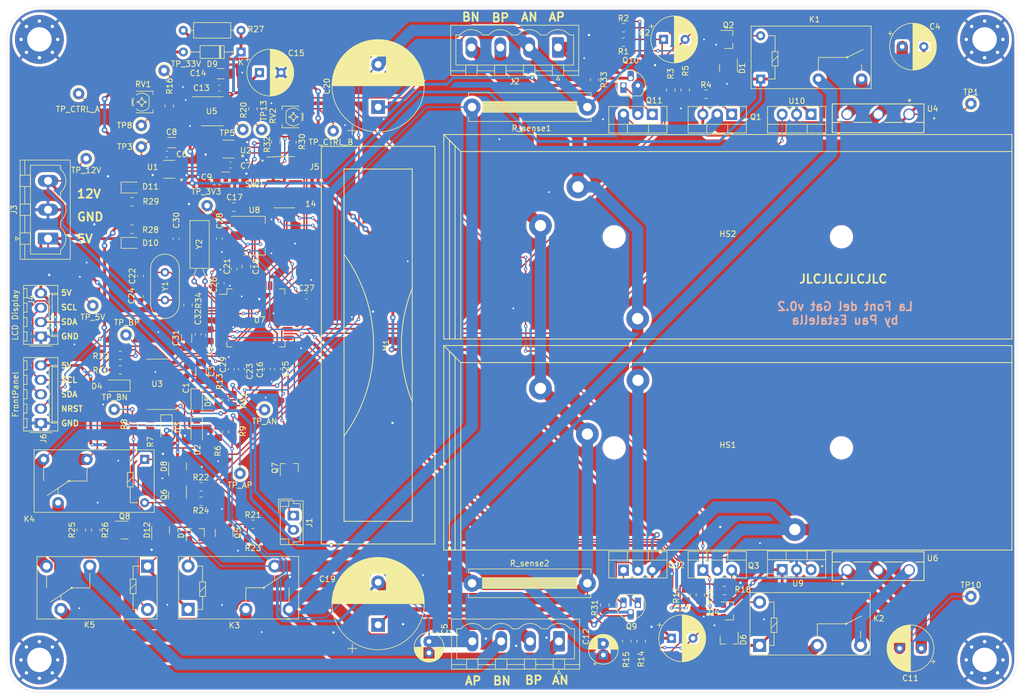
<source format=kicad_pcb>
(kicad_pcb (version 20211014) (generator pcbnew)
  (layers (0 "F.Cu" signal) (31 "B.Cu" power) (34 "B.Paste" user) (35 "F.Paste" user) (36 "B.SilkS" user "B.Silkscreen") (37 "F.SilkS" user "F.Silkscreen") (38 "B.Mask" user) (39 "F.Mask" user) (44 "Edge.Cuts" user))
  (net 0 "")
  (net 1 "+3V3")
  (net 2 "RCC_OSC_IN")
  (net 3 "+3.3VA")
  (net 4 "RCC_OSC32_IN")
  (net 5 "RCC_OSC32_OUT")
  (net 6 "NRST")
  (net 7 "USART1_TX")
  (net 8 "USART1_RX")
  (net 9 "SYS_JTCK-SWCLK")
  (net 10 "SYS_JTMS-SWDIO")
  (net 11 "VinAP")
  (net 12 "VinAN")
  (net 13 "VinBP")
  (net 14 "VinBN")
  (net 15 "FAN_CTRL")
  (net 16 "Net-(C11-Pad2)")
  (net 17 "Net-(D2-Pad1)")
  (net 18 "Net-(C16-Pad1)")
  (net 19 "Net-(C19-Pad1)")
  (net 20 "V_controlA")
  (net 21 "VoutBP")
  (net 22 "VoutBN")
  (net 23 "V_controlB")
  (net 24 "RCC_OSC_OUT")
  (net 25 "Net-(C20-Pad1)")
  (net 26 "OUTA_EN")
  (net 27 "OUTB_EN")
  (net 28 "PARALLEL_OUT")
  (net 29 "SERIES_OUT")
  (net 30 "Net-(C24-Pad2)")
  (net 31 "Net-(D1-Pad1)")
  (net 32 "Net-(D4-Pad1)")
  (net 34 "+5V")
  (net 35 "VeeA")
  (net 36 "VccA")
  (net 37 "VeeB")
  (net 38 "VccB")
  (net 39 "+12V")
  (net 41 "Net-(D10-Pad2)")
  (net 42 "Net-(D11-Pad2)")
  (net 43 "Net-(D12-Pad1)")
  (net 44 "Net-(K1-Pad4)")
  (net 45 "Net-(K2-Pad4)")
  (net 46 "32V")
  (net 48 "V_TEMP_B")
  (net 49 "I2C1_SCL")
  (net 50 "I2C1_SDA")
  (net 51 "Net-(J1-Pad1)")
  (net 52 "GND")
  (net 57 "Net-(K3-Pad4)")
  (net 58 "Net-(Q2-Pad1)")
  (net 59 "Net-(Q8-Pad1)")
  (net 60 "V_TEMP_A")
  (net 61 "Net-(Q12-Pad1)")
  (net 63 "Net-(C4-Pad2)")
  (net 64 "VccBRippled")
  (net 65 "VccARippled")
  (net 66 "/DAC_VOUT_CH_A")
  (net 67 "Net-(D3-Pad1)")
  (net 68 "Net-(D5-Pad1)")
  (net 69 "Net-(D6-Pad1)")
  (net 70 "Net-(D8-Pad1)")
  (net 74 "/DAC_VOUT_CH_B")
  (net 77 "Net-(Q4-Pad1)")
  (net 79 "Net-(Q5-Pad1)")
  (net 80 "Net-(Q6-Pad1)")
  (net 101 "Net-(Q10-Pad1)")
  (net 103 "SYS_JTDO-SWO")
  (net 112 "/CH_A_INV")
  (net 113 "/CH_B_INV")
  (net 114 "Net-(D7-Pad1)")
  (footprint "Package_SO:SOIC-8_3.9x4.9mm_P1.27mm" (layer "F.Cu") (at 275.59 103.6095)
    (fp_text reference "U5")
    (fp_text value "LT1490CN8PBF")
  )
  (footprint "Capacitor_SMD:C_0603_1608Metric_Pad1.08x0.95mm_HandSolder" (layer "F.Cu") (at 278.8085 113.058 180)
    (fp_text reference "C7")
    (fp_text value "100nF")
  )
  (footprint "Capacitor_SMD:C_1206_3216Metric_Pad1.33x1.80mm_HandSolder" (layer "F.Cu") (at 268.4595 109.121)
    (fp_text reference "C8")
    (fp_text value "10uF")
  )
  (footprint "Capacitor_SMD:C_1206_3216Metric_Pad1.33x1.80mm_HandSolder" (layer "F.Cu") (at 277.9845 115.217 180)
    (fp_text reference "C9")
    (fp_text value "10uF")
  )
  (footprint "Capacitor_SMD:C_0603_1608Metric_Pad1.08x0.95mm_HandSolder" (layer "F.Cu") (at 267.6325 111.153)
    (fp_text reference "C6")
    (fp_text value "100nF")
  )
  (footprint "Capacitor_SMD:C_0603_1608Metric_Pad1.08x0.95mm_HandSolder" (layer "F.Cu") (at 271.088 149.38 -90)
    (fp_text reference "C1")
    (fp_text value "100nF")
  )
  (footprint "Diode_SMD:D_SOD-123" (layer "F.Cu") (at 258.896 151.92 180)
    (fp_text reference "D4")
    (fp_text value "5V1")
  )
  (footprint "Diode_SMD:D_SOD-123" (layer "F.Cu") (at 267.532 159.286 -90)
    (fp_text reference "D3")
    (fp_text value "5V1")
  )
  (footprint "Diode_SMD:D_SOD-123" (layer "F.Cu") (at 272.866 154.698 -90)
    (fp_text reference "D5")
    (fp_text value "5V1")
  )
  (footprint "Package_TO_SOT_SMD:SOT-23" (layer "F.Cu") (at 366.592 196.624 -90)
    (fp_text reference "D6")
    (fp_text value "BAS20")
  )
  (footprint "Package_TO_SOT_SMD:SOT-23" (layer "F.Cu") (at 272.612 177.828 90)
    (fp_text reference "D7")
    (fp_text value "BAS20")
  )
  (footprint "Package_TO_SOT_SMD:SOT-23" (layer "F.Cu") (at 269.494 166.116 90)
    (fp_text reference "D8")
    (fp_text value "BAS20")
  )
  (footprint "Package_TO_SOT_SMD:SOT-23" (layer "F.Cu") (at 266.516 177.32 90)
    (fp_text reference "D12")
    (fp_text value "BAS20")
  )
  (footprint "Connector_Phoenix_MSTB:PhoenixContact_MSTBVA_2,5_4-G-5,08_1x04_P5.08mm_Vertical" (layer "F.Cu") (at 336.464 92.379 180)
    (fp_text reference "J2")
    (fp_text value "PowerIn")
  )
  (footprint "Connector_Phoenix_MSTB:PhoenixContact_MSTBVA_2,5_3-G-5,08_1x03_P5.08mm_Vertical" (layer "F.Cu") (at 246.704 126.012 90)
    (fp_text reference "J3")
    (fp_text value "AuxPowerIn")
  )
  (footprint "Connector_Phoenix_MSTB:PhoenixContact_MSTBVA_2,5_4-G-5,08_1x04_P5.08mm_Vertical" (layer "F.Cu") (at 336.62 196.9 180)
    (fp_text reference "J7")
    (fp_text value "PowerOut")
  )
  (footprint "Footprints:Relay_SPST_Panasonic_ALQ305" (layer "F.Cu") (at 371.941 197.63)
    (fp_text reference "K2")
    (fp_text value "OUT_B_ENABLE_RELAY")
  )
  (footprint "Footprints:Relay_SPST_Panasonic_ALQ305" (layer "F.Cu") (at 372.125 97.935)
    (fp_text reference "K1")
    (fp_text value "OUT_A_ENABLE_RELAY")
  )
  (footprint "Footprints:Relay_SPDT_Panasonic-ALQ105" (layer "F.Cu") (at 271.357 191.28)
    (fp_text reference "K3")
    (fp_text value "Relay_SPDT_Panasonic_ALQ105")
  )
  (footprint "Footprints:Relay_SPDT_Panasonic-ALQ105" (layer "F.Cu") (at 263.707 164.884 180)
    (fp_text reference "K4")
    (fp_text value "Relay_SPDT_Panasonic_ALQ105")
  )
  (footprint "Package_TO_SOT_SMD:SOT-23" (layer "F.Cu") (at 366.465 90.96)
    (fp_text reference "Q2")
    (fp_text value "TSM2302CX")
  )
  (footprint "Package_TO_SOT_SMD:SOT-23" (layer "F.Cu") (at 366.592 191.544)
    (fp_text reference "Q4")
    (fp_text value "TSM2302CX")
  )
  (footprint "Package_TO_SOT_SMD:SOT-23" (layer "F.Cu") (at 269.494 171.196 -90)
    (fp_text reference "Q6")
    (fp_text value "TSM2302CX")
  )
  (footprint "Package_TO_SOT_SMD:SOT-23" (layer "F.Cu") (at 260.181 177.32)
    (fp_text reference "Q8")
    (fp_text value "TSM2302CX")
  )
  (footprint "Resistor_SMD:R_0805_2012Metric_Pad1.20x1.40mm_HandSolder" (layer "F.Cu") (at 356.305 99.85 -90)
    (fp_text reference "R3")
    (fp_text value "1k")
  )
  (footprint "Resistor_SMD:R_0805_2012Metric_Pad1.20x1.40mm_HandSolder" (layer "F.Cu") (at 351.098 196.878 -90)
    (fp_text reference "R14")
    (fp_text value "300k")
  )
  (footprint "Resistor_SMD:R_0805_2012Metric_Pad1.20x1.40mm_HandSolder" (layer "F.Cu") (at 348.558 196.878 90)
    (fp_text reference "R15")
    (fp_text value "220k")
  )
  (footprint "Resistor_SMD:R_0805_2012Metric_Pad1.20x1.40mm_HandSolder" (layer "F.Cu") (at 347.98 91.44 180)
    (fp_text reference "R1")
    (fp_text value "300k")
  )
  (footprint "Resistor_SMD:R_0805_2012Metric_Pad1.20x1.40mm_HandSolder" (layer "F.Cu") (at 347.98 88.9)
    (fp_text reference "R2")
    (fp_text value "220k")
  )
  (footprint "Resistor_SMD:R_0805_2012Metric_Pad1.20x1.40mm_HandSolder" (layer "F.Cu") (at 358.972 188.75 -90)
    (fp_text reference "R17")
    (fp_text value "1k")
  )
  (footprint "Resistor_SMD:R_0805_2012Metric_Pad1.20x1.40mm_HandSolder" (layer "F.Cu") (at 365.76 187.96 180)
    (fp_text reference "R18")
    (fp_text value "20k")
  )
  (footprint "Resistor_SMD:R_0805_2012Metric_Pad1.20x1.40mm_HandSolder" (layer "F.Cu") (at 259.404 149.126 180)
    (fp_text reference "R10")
    (fp_text value "10k")
  )
  (footprint "Resistor_SMD:R_0805_2012Metric_Pad1.20x1.40mm_HandSolder" (layer "F.Cu") (at 264.738 158.778 -90)
    (fp_text reference "R7")
    (fp_text value "10k")
  )
  (footprint "Resistor_SMD:R_0805_2012Metric_Pad1.20x1.40mm_HandSolder" (layer "F.Cu") (at 361.512 188.75 90)
    (fp_text reference "R19")
    (fp_text value "10k")
  )
  (footprint "Resistor_SMD:R_0805_2012Metric_Pad1.20x1.40mm_HandSolder" (layer "F.Cu") (at 358.845 99.85 90)
    (fp_text reference "R5")
    (fp_text value "10k")
  )
  (footprint "Resistor_SMD:R_0805_2012Metric_Pad1.20x1.40mm_HandSolder" (layer "F.Cu") (at 276.676 154.428 -90)
    (fp_text reference "R11")
    (fp_text value "10k")
  )
  (footprint "Resistor_SMD:R_0805_2012Metric_Pad1.20x1.40mm_HandSolder" (layer "F.Cu") (at 261.738 158.778 90)
    (fp_text reference "R8")
    (fp_text value "150k")
  )
  (footprint "Resistor_SMD:R_0805_2012Metric_Pad1.20x1.40mm_HandSolder" (layer "F.Cu") (at 259.404 146.586)
    (fp_text reference "R12")
    (fp_text value "150k")
  )
  (footprint "Resistor_SMD:R_0805_2012Metric_Pad1.20x1.40mm_HandSolder" (layer "F.Cu") (at 279.216 154.428 90)
    (fp_text reference "R13")
    (fp_text value "150k")
  )
  (footprint "Resistor_SMD:R_0805_2012Metric_Pad1.20x1.40mm_HandSolder" (layer "F.Cu") (at 282.772 176.304)
    (fp_text reference "R21")
    (fp_text value "1k")
  )
  (footprint "Resistor_SMD:R_0805_2012Metric_Pad1.20x1.40mm_HandSolder" (layer "F.Cu") (at 273.612 169.7)
    (fp_text reference "R22")
    (fp_text value "1k")
  )
  (footprint "Resistor_SMD:R_0805_2012Metric_Pad1.20x1.40mm_HandSolder" (layer "F.Cu") (at 282.772 178.844 180)
    (fp_text reference "R23")
    (fp_text value "10k")
  )
  (footprint "Resistor_SMD:R_0805_2012Metric_Pad1.20x1.40mm_HandSolder" (layer "F.Cu") (at 273.628 172.24 180)
    (fp_text reference "R24")
    (fp_text value "10k")
  )
  (footprint "Resistor_SMD:R_0805_2012Metric_Pad1.20x1.40mm_HandSolder" (layer "F.Cu") (at 252.561 177.32 90)
    (fp_text reference "R25")
    (fp_text value "1k")
  )
  (footprint "Resistor_SMD:R_0805_2012Metric_Pad1.20x1.40mm_HandSolder" (layer "F.Cu") (at 255.101 177.32 -90)
    (fp_text reference "R26")
    (fp_text value "10k")
  )
  (footprint "Resistor_THT:R_Bare_Metal_Element_L21.3mm_W4.8mm_P20.30mm" (layer "F.Cu") (at 321.33 102.87)
    (fp_text reference "R_sense1")
    (fp_text value "0R1")
  )
  (footprint "Package_SO:SOIC-14_3.9x8.7mm_P1.27mm" (layer "F.Cu") (at 266.008 151.666 180)
    (fp_text reference "U3")
    (fp_text value "MCP3428")
  )
  (footprint "MountingHole:MountingHole_4.3mm_M4_Pad_Via" (layer "F.Cu") (at 411.55 90.96)
    (fp_text reference "H1")
    (fp_text value "MountingHole_Pad")
  )
  (footprint "Resistor_THT:R_Bare_Metal_Element_L21.3mm_W4.8mm_P20.30mm" (layer "F.Cu") (at 321.33 186.69)
    (fp_text reference "R_sense2")
    (fp_text value "0R1")
  )
  (footprint "Resistor_SMD:R_0805_2012Metric_Pad1.20x1.40mm_HandSolder" (layer "F.Cu") (at 276.676 160.048 -90)
    (fp_text reference "R6")
    (fp_text value "10k")
  )
  (footprint "Resistor_SMD:R_0805_2012Metric_Pad1.20x1.40mm_HandSolder" (layer "F.Cu") (at 279.216 160.048 90)
    (fp_text reference "R9")
    (fp_text value "150k")
  )
  (footprint "Footprints:2SC5200NS1_E_S" (layer "F.Cu") (at 398.261001 104.14 180)
    (fp_text reference "U4")
    (fp_text value "2SC5200NS1_E_S")
  )
  (footprint "Footprints:2SC5200NS1_E_S" (layer "F.Cu") (at 387.361 184.37)
    (fp_text reference "U6")
    (fp_text value "2SC5200NS1_E_S")
  )
  (footprint "Package_TO_SOT_THT:TO-220-3_Vertical" (layer "F.Cu") (at 367.03 104.14 180)
    (fp_text reference "Q1")
    (fp_text value "TIP41C")
  )
  (footprint "Package_TO_SOT_THT:TO-220-3_Vertical" (layer "F.Cu") (at 361.95 184.37)
    (fp_text reference "Q3")
    (fp_text value "TIP41C")
  )
  (footprint "Footprints:Heatsink_100x36mm_2xfixations_HorizAirflow" (layer "F.Cu") (at 366.35 125.7 180)
    (fp_text reference "HS2")
    (fp_text value "Heatsink")
  )
  (footprint "Footprints:Heatsink_100x36mm_2xfixations_HorizAirflow" (layer "F.Cu") (at 366.35 162.85 180)
    (fp_text reference "HS1")
    (fp_text value "Heatsink")
  )
  (footprint "Footprints:Fan_Orion_OD7020_vertical" (layer "F.Cu") (at 304.8 144.78 -90)
    (fp_text reference "M1")
    (fp_text value "Fan")
  )
  (footprint "Connector_JST:JST_EH_B2B-EH-A_1x02_P2.50mm_Vertical" (layer "F.Cu") (at 289.884 174.78 -90)
    (fp_text reference "J1")
    (fp_text value "Fan")
  )
  (footprint "Package_TO_SOT_THT:TO-220-3_Vertical" (layer "F.Cu") (at 381 104.14 180)
    (fp_text reference "U10")
    (fp_text value "LM35-NEB")
  )
  (footprint "MountingHole:MountingHole_4.3mm_M4_Pad_Via" (layer "F.Cu") (at 411.55 200.18)
    (fp_text reference "H2")
    (fp_text value "MountingHole_Pad")
  )
  (footprint "MountingHole:MountingHole_4.3mm_M4_Pad_Via" (layer "F.Cu") (at 245.18 90.96)
    (fp_text reference "H3")
    (fp_text value "MountingHole_Pad")
  )
  (footprint "MountingHole:MountingHole_4.3mm_M4_Pad_Via" (layer "F.Cu") (at 245.18 200.18)
    (fp_text reference "H4")
    (fp_text value "MountingHole_Pad")
  )
  (footprint "Capacitor_SMD:C_0603_1608Metric_Pad1.08x0.95mm_HandSolder" (layer "F.Cu") (at 276.86 99.5295 180)
    (fp_text reference "C13")
    (fp_text value "100nF")
  )
  (footprint "Capacitor_SMD:C_1206_3216Metric_Pad1.42x1.75mm_HandSolder" (layer "F.Cu") (at 277.0775 96.9895 180)
    (fp_text reference "C14")
    (fp_text value "10uF")
  )
  (footprint "Diode_SMD:D_SOD-123" (layer "F.Cu") (at 272.866 159.778 -90)
    (fp_text reference "D2")
    (fp_text value "5V1")
  )
  (footprint "Capacitor_SMD:C_1206_3216Metric_Pad1.33x1.80mm_HandSolder" (layer "F.Cu") (at 273.628 149.38 -90)
    (fp_text reference "C3")
    (fp_text value "10uF")
  )
  (footprint "Resistor_SMD:R_0805_2012Metric_Pad1.20x1.40mm_HandSolder" (layer "F.Cu") (at 362.512 100.612)
    (fp_text reference "R4")
    (fp_text value "20k")
  )
  (footprint "LED_SMD:LED_0805_2012Metric_Pad1.15x1.40mm_HandSolder" (layer "F.Cu") (at 261.436 126.774)
    (fp_text reference "D10")
    (fp_text value "LED")
  )
  (footprint "Resistor_SMD:R_0805_2012Metric_Pad1.20x1.40mm_HandSolder" (layer "F.Cu") (at 261.436 124.374 180)
    (fp_text reference "R28")
    (fp_text value "220")
  )
  (footprint "Resistor_SMD:R_0805_2012Metric_Pad1.20x1.40mm_HandSolder" (layer "F.Cu") (at 261.461 119.534 180)
    (fp_text reference "R29")
    (fp_text value "1k")
  )
  (footprint "LED_SMD:LED_0805_2012Metric_Pad1.15x1.40mm_HandSolder" (layer "F.Cu") (at 261.436 117.034)
    (fp_text reference "D11")
    (fp_text value "LED")
  )
  (footprint "Capacitor_THT:CP_Radial_D5.0mm_P2.00mm" (layer "F.Cu") (at 313.76 196.938887 -90)
    (fp_text reference "C5")
    (fp_text value "10uF")
  )
  (footprint "Capacitor_THT:CP_Radial_D5.0mm_P2.00mm" (layer "F.Cu") (at 344.4432 199.306313 90)
    (fp_text reference "C12")
    (fp_text value "10uF")
  )
  (footprint "Resistor_SMD:R_0805_2012Metric_Pad1.20x1.40mm_HandSolder" (layer "F.Cu") (at 268.04 102.66 90)
    (fp_text reference "R16")
    (fp_text value "10k")
  )
  (footprint "Resistor_SMD:R_0805_2012Metric_Pad1.20x1.40mm_HandSolder" (layer "F.Cu") (at 282.772 103.168 90)
    (fp_text reference "R20")
    (fp_text value "10k")
  )
  (footprint "Footprints:Potentiometer_Panasonic_EVM1D_Vertical" (layer "F.Cu") (at 263.2 101.98 -90)
    (fp_text reference "RV1")
    (fp_text value "100k")
  )
  (footprint "Footprints:Potentiometer_Panasonic_EVM1D_Vertical" (layer "F.Cu") (at 289.884 104.6095 90)
    (fp_text reference "RV2")
    (fp_text value "100k")
  )
  (footprint "Resistor_SMD:R_0805_2012Metric_Pad1.20x1.40mm_HandSolder" (layer "F.Cu") (at 344.7 190.5 90)
    (fp_text reference "R31")
    (fp_text value "1k")
  )
  (footprint "Package_TO_SOT_SMD:SOT-223-3_TabPin2" (layer "F.Cu") (at 283.026 125.504)
    (fp_text reference "U8")
    (fp_text value "MCP1703A-3302_SOT223")
  )
  (footprint "Connector_Molex:Molex_KK-254_AE-6410-04A_1x04_P2.54mm_Vertical" (layer "F.Cu") (at 245.433 143.256 90)
    (fp_text reference "J4")
    (fp_text value "LCD Display")
  )
  (footprint "TestPoint:TestPoint_THTPad_D2.0mm_Drill1.0mm" (layer "F.Cu") (at 274.6948 120.2208)
    (fp_text reference "TP16")
    (fp_text value "TP_3V3")
  )
  (footprint "Package_TO_SOT_THT:TO-220-3_Vertical" (layer "F.Cu") (at 347.98 184.37)
    (fp_text reference "Q12")
    (fp_text value "TIP41C")
  )
  (footprint "Resistor_SMD:R_0805_2012Metric_Pad1.20x1.40mm_HandSolder" (layer "F.Cu") (at 342.9 98.06 -90)
    (fp_text reference "R33")
    (fp_text value "1k")
  )
  (footprint "Capacitor_THT:CP_Radial_D8.0mm_P3.80mm" (layer "F.Cu") (at 355.035 90.96)
    (fp_text reference "C2")
    (fp_text value "100uF")
  )
  (footprint "Resistor_SMD:R_0805_2012Metric_Pad1.20x1.40mm_HandSolder" (layer "F.Cu") (at 289.64 109.05 90)
    (fp_text reference "R30")
    (fp_text value "4.7k")
  )
  (footprint "TestPoint:TestPoint_THTPad_D2.0mm_Drill1.0mm" (layer "F.Cu") (at 258.3372 156.0856)
    (fp_text reference "TP2")
    (fp_text value "TP_BN")
  )
  (footprint "Capacitor_SMD:C_0603_1608Metric_Pad1.08x0.95mm_HandSolder" (layer "F.Cu") (at 279.47 131.346 90)
    (fp_text reference "C21")
    (fp_text value "100nF")
  )
  (footprint "Capacitor_SMD:C_0603_1608Metric_Pad1.08x0.95mm_HandSolder" (layer "F.Cu") (at 278.962 149.0255 -90)
    (fp_text reference "C23")
    (fp_text value "100nF")
  )
  (footprint "Footprints:ltc2631cts8-hz12-trmpbf" (layer "F.Cu") (at 268.04 113.82 180)
    (fp_text reference "U1")
    (fp_text value "LTC2631CTS8-HZ12")
  )
  (footprint "Package_TO_SOT_THT:TO-220-3_Vertical" (layer "F.Cu") (at 375.92 184.3)
    (fp_text reference "U9")
    (fp_text value "LM35-NEB")
  )
  (footprint "TestPoint:TestPoint_THTPad_D2.0mm_Drill1.0mm" (layer "F.Cu") (at 263.1124 109.8576)
    (fp_text reference "TP3")
    (fp_text value "TP_DAC_VOUT_CH_A")
  )
  (footprint "Capacitor_SMD:C_0603_1608Metric_Pad1.08x0.95mm_HandSolder" (layer "F.Cu") (at 277.184 133.886 90)
    (fp_text reference "C26")
    (fp_text value "100nF")
  )
  (footprint "Package_TO_SOT_SMD:SOT-23" (layer "F.Cu") (at 277.692 177.828 -90)
    (fp_text reference "Q5")
    (fp_text value "TSM2302CX")
  )
  (footprint "Capacitor_SMD:C_1206_3216Metric_Pad1.33x1.80mm_HandSolder" (layer "F.Cu") (at 271.088 143.5675 -90)
    (fp_text reference "C31")
    (fp_text value "1uF")
  )
  (footprint "Capacitor_SMD:C_0805_2012Metric" (layer "F.Cu") (at 281.6036 130.9244 -90)
    (fp_text reference "C18")
    (fp_text value "1uF")
  )
  (footprint "Capacitor_SMD:C_0603_1608Metric_Pad1.08x0.95mm_HandSolder" (layer "F.Cu") (at 262.96 132.616 90)
    (fp_text reference "C22")
    (fp_text value "12pF")
  )
  (footprint "Capacitor_SMD:C_0603_1608Metric_Pad1.08x0.95mm_HandSolder" (layer "F.Cu") (at 269.24 126.012 -90)
    (fp_text reference "C30")
    (fp_text value "4.3pF")
  )
  (footprint "Capacitor_SMD:C_0603_1608Metric_Pad1.08x0.95mm_HandSolder" (layer "F.Cu") (at 285.312 148.9725 -90)
    (fp_text reference "C16")
    (fp_text value "4.7uF")
  )
  (footprint "TestPoint:TestPoint_THTPad_D2.0mm_Drill1.0mm" (layer "F.Cu") (at 254.578 137.7976)
    (fp_text reference "TP14")
    (fp_text value "TP_5V")
  )
  (footprint "Capacitor_SMD:C_0603_1608Metric_Pad1.08x0.95mm_HandSolder" (layer "F.Cu") (at 280.74 148.9725 -90)
    (fp_text reference "C29")
    (fp_text value "4.7uF")
  )
  (footprint "Capacitor_SMD:C_0603_1608Metric_Pad1.08x0.95mm_HandSolder" (layer "F.Cu") (at 276.86 126.012 -90)
    (fp_text reference "C28")
    (fp_text value "4.3pF")
  )
  (footprint "Capacitor_THT:CP_Radial_D8.0mm_P3.80mm" (layer "F.Cu") (at 356.432 196.37)
    (fp_text reference "C10")
    (fp_text value "100uF")
  )
  (footprint "TestPoint:TestPoint_THTPad_D2.0mm_Drill1.0mm" (layer "F.Cu") (at 267.1256 96.4464)
    (fp_text reference "TP12")
    (fp_text value "TP_33V")
  )
  (footprint "Resistor_SMD:R_0805_2012Metric_Pad1.20x1.40mm_HandSolder" (layer "F.Cu") (at 271.342 137.696 90)
    (fp_text reference "R34")
    (fp_text value "47")
  )
  (footprint "Resistor_SMD:R_0805_2012Metric_Pad1.20x1.40mm_HandSolder" (layer "F.Cu") (at 286.79 109.02 -90)
    (fp_text reference "R32")
    (fp_text value "4.7k")
  )
  (footprint "TestPoint:TestPoint_THTPad_D2.0mm_Drill1.0mm" (layer "F.Cu") (at 253.4096 111.9404)
    (fp_text reference "TP15")
    (fp_text value "TP_12V")
  )
  (footprint "Package_TO_SOT_SMD:SOT-23" (layer "F.Cu") (at 366.465 96.04 -90)
    (fp_text reference "D1")
    (fp_text value "BAS20")
  )
  (footprint "Package_TO_SOT_THT:TO-220-3_Vertical" (layer "F.Cu") (at 353.06 104.14 180)
    (fp_text reference "Q11")
    (fp_text value "TIP41C")
  )
  (footprint "Capacitor_THT:CP_Radial_D8.0mm_P3.80mm" (layer "F.Cu") (at 283.915 96.802)
    (fp_text reference "C15")
    (fp_text value "100uF")
  )
  (footprint "Package_TO_SOT_THT:TO-92_HandSolder" (layer "F.Cu") (at 347.98 99.06)
    (fp_text reference "Q10")
    (fp_text value "2N2222")
  )
  (footprint "TestPoint:TestPoint_THTPad_D2.0mm_Drill1.0mm" (layer "F.Cu") (at 252.0888 100.5104)
    (fp_text reference "TP9")
    (fp_text value "TP_CTRL_A")
  )
  (footprint "Capacitor_THT:CP_Radial_D16.0mm_P7.50mm" (layer "F.Cu") (at 304.8 194.012755 90)
    (fp_text reference "C19")
    (fp_text value "1000uF")
  )
  (footprint "TestPoint:TestPoint_THTPad_D2.0mm_Drill1.0mm" (layer "F.Cu") (at 296.8944 107.0636)
    (fp_text reference "TP11")
    (fp_text value "TP_CTRL_B")
  )
  (footprint "Footprints:ltc2631cts8-hz12-trmpbf" (layer "F.Cu") (at 278.454 110.264 180)
    (fp_text reference "U2")
    (fp_text value "LTC2631CTS8-HZ12")
  )
  (footprint "Connector_Molex:Molex_KK-254_AE-6410-05A_1x05_P2.54mm_Vertical" (layer "F.Cu") (at 245.433 158.496 90)
    (fp_text reference "J6")
    (fp_text value "FrontPanel")
  )
  (footprint "TestPoint:TestPoint_THTPad_D2.0mm_Drill1.0mm" (layer "F.Cu") (at 280.486 167.3632)
    (fp_text reference "TP4")
    (fp_text value "TP_AP")
  )
  (footprint "Footprints:Relay_SPDT_Panasonic-ALQ105" (layer "F.Cu") (at 264.215 183.68 180)
    (fp_text reference "K5")
    (fp_text value "Relay_SPDT_Panasonic_ALQ105")
  )
  (footprint "Resistor_THT:R_Axial_DIN0207_L6.3mm_D2.5mm_P10.16mm_Horizontal" (layer "F.Cu") (at 270.51 89.3695)
    (fp_text reference "R27")
    (fp_text value "5k")
  )
  (footprint "Capacitor_THT:CP_Radial_D8.0mm_P3.80mm" (layer "F.Cu") (at 397.047349 92.23)
    (fp_text reference "C4")
    (fp_text value "100uF")
  )
  (footprint "Package_TO_SOT_THT:TO-92_HandSolder" (layer "F.Cu") (at 350.52 190.5 180)
    (fp_text reference "Q9")
    (fp_text value "2N2222")
  )
  (footprint "Capacitor_SMD:C_0603_1608Metric_Pad1.08x0.95mm_HandSolder" (layer "F.Cu") (at 287.09 148.9725 -90)
    (fp_text reference "C25")
    (fp_text value "100nF")
  )
  (footprint "Capacitor_SMD:C_0603_1608Metric_Pad1.08x0.95mm_HandSolder" (layer "F.Cu") (at 262.96 136.172 -90)
    (fp_text reference "C24")
    (fp_text value "12pF")
  )
  (footprint "Crystal:Crystal_C38-LF_D3.0mm_L8.0mm_Horizontal" (layer "F.Cu") (at 274.324 133.548 180)
    (fp_text reference "Y2")
    (fp_text value "32k768")
  )
  (footprint "TestPoint:TestPoint_THTPad_D2.0mm_Drill1.0mm" (layer "F.Cu") (at 284.804 156.1364)
    (fp_text reference "TP6")
    (fp_text value "TP_AN")
  )
  (footprint "TestPoint:TestPoint_THTPad_D2.0mm_Drill1.0mm" (layer "F.Cu") (at 409.137 189.004)
    (fp_text reference "TP10")
    (fp_text value "TP_CH_B_MAINPWR_CTRL")
  )
  (footprint "TestPoint:TestPoint_THTPad_D2.0mm_Drill1.0mm" (layer "F.Cu") (at 260.42 142.9792)
    (fp_text reference "TP7")
    (fp_text value "TP_BP")
  )
  (footprint "Diode_THT:D_DO-35_SOD27_P10.16mm_Horizontal" (layer "F.Cu") (at 280.67 93.1795 180)
    (fp_text reference "D9")
    (fp_text value "Zener 33V")
  )
  (footprint "Inductor_SMD:L_0805_2012Metric_Pad1.15x1.40mm_HandSolder" (layer "F.Cu") (at 275.152 143.03 90)
    (fp_text reference "L1")
    (fp_text value "39n")
  )
  (footprint "TestPoint:TestPoint_THTPad_D2.0mm_Drill1.0mm" (layer "F.Cu") (at 409.137 102.263)
    (fp_text reference "TP1")
    (fp_text value "TP_CH_A_MAINPWR_CTRL")
  )
  (footprint "Connector_PinHeader_1.27mm:PinHeader_2x07_P1.27mm_Vertical_SMD" (layer "F.Cu") (at 288.3 116.1)
    (fp_text reference "J5")
    (fp_text value "SWD")
  )
  (footprint "Capacitor_THT:CP_Radial_D8.0mm_P3.80mm" (layer "F.Cu") (at 400.398651 198.148 180)
    (fp_text reference "C11")
    (fp_text value "100uF")
  )
  (footprint "TestPoint:TestPoint_THTPad_D2.0mm_Drill1.0mm" (layer "F.Cu") (at 280.994 106.835)
    (fp_text reference "TP5")
    (fp_text value "TP_DAC_VOUT_CH_B")
  )
  (footprint "Capacitor_SMD:C_0603_1608Metric_Pad1.08x0.95mm_HandSolder" (layer "F.Cu") (at 273.12 142.8675 -90)
    (fp_text reference "C32")
    (fp_text value "100nF")
  )
  (footprint "Capacitor_THT:CP_Radial_D16.0mm_P7.50mm" (layer "F.Cu") (at 304.8 102.87 90)
    (fp_text reference "C20")
    (fp_text value "1000uF")
  )
  (footprint "Capacitor_SMD:C_0603_1608Metric_Pad1.08x0.95mm_HandSolder" (layer "F.Cu") (at 292.17 136.172)
    (fp_text reference "C27")
    (fp_text value "100nF")
  )
  (footprint "Package_QFP:LQFP-64_10x10mm_P0.5mm" (layer "F.Cu") (at 283.28 139.982)
    (fp_text reference "U7")
    (fp_text value "STM32F411RETx")
  )
  (footprint "Crystal:Crystal_HC49-U_Vertical" (layer "F.Cu") (at 267.278 136.844 90)
    (fp_text reference "Y1")
    (fp_text value "24MHz")
  )
  (footprint "TestPoint:TestPoint_THTPad_D2.0mm_Drill1.0mm" (layer "F.Cu") (at 284.296 106.835)
    (fp_text reference "TP13")
    (fp_text value "OPAMP_CH_B_INV")
  )
  (footprint "Package_TO_SOT_SMD:SOT-23" (layer "F.Cu") (at 289.158 166.386755 90)
    (fp_text reference "Q7")
    (fp_text value "TSM2302CX")
  )
  (footprint "Capacitor_SMD:C_0805_2012Metric" (layer "F.Cu") (at 279.404 120.4748 180)
    (fp_text reference "C17")
    (fp_text value "1uF")
  )
  (footprint "TestPoint:TestPoint_THTPad_D2.0mm_Drill1.0mm" (layer "F.Cu") (at 263.1124 106.0984)
    (fp_text reference "TP8")
    (fp_text value "OPAMP_CH_A_INV")
  )
  (gr_arc (start 417.265 200.18) (mid 415.591115 204.221115) (end 411.55 205.895) (layer "Edge.Cuts") (width 0.05))
  (gr_line (start 245.18 205.895) (end 411.55 205.895) (layer "Edge.Cuts") (width 0.05))
  (gr_line (start 411.55 85.245) (end 245.18 85.245) (layer "Edge.Cuts") (width 0.05))
  (gr_line (start 417.265 200.18) (end 417.265 90.96) (layer "Edge.Cuts") (width 0.05))
  (gr_arc (start 245.18 205.895) (mid 241.138885 204.221115) (end 239.465 200.18) (layer "Edge.Cuts") (width 0.05))
  (gr_arc (start 239.465 90.96) (mid 241.138885 86.918885) (end 245.18 85.245) (layer "Edge.Cuts") (width 0.05))
  (gr_line (start 239.465 90.96) (end 239.465 200.18) (layer "Edge.Cuts") (width 0.05))
  (gr_arc (start 411.55 85.245) (mid 415.591115 86.918885) (end 417.265 90.96) (layer "Edge.Cuts") (width 0.05))
  (gr_text "La Font del Gat v0.2\nby Pau Estalella" (at 386.98996 139.167786) (layer "B.SilkS") (effects (font (size 1.5 1.5) (thickness 0.3)) (justify mirror)))
  (gr_text "SDA" (at 250.445753 153.444) (layer "F.SilkS") (effects (font (size 1 1) (thickness 0.2))))
  (gr_text "." (at 284.4484 111.6864) (layer "F.SilkS") (effects (font (size 1.5 1.5) (thickness 0.225))))
  (gr_text "5V" (at 249.93621 135.5624) (layer "F.SilkS") (effects (font (size 1 1) (thickness 0.2))))
  (gr_text "BN" (at 321.126 87.023) (layer "F.SilkS") (effects (font (size 1.5 1.5) (thickness 0.3))))
  (gr_text "12V" (at 253.906514 118.138) (layer "F.SilkS") (effects (font (size 1.5 1.5) (thickness 0.3))))
  (gr_text "SDA" (at 250.43621 140.676266) (layer "F.SilkS") (effects (font (size 1 1) (thickness 0.2))))
  (gr_text "JLCJLCJLCJLC" (at 386.658 133.124) (layer "F.SilkS") (effects (font (size 1.5 1.5) (thickness 0.3))))
  (gr_text "BP" (at 332.175 203.736) (layer "F.SilkS") (effects (font (size 1.5 1.5) (thickness 0.3))))
  (gr_text "SCL" (at 250.4124 138.119333) (layer "F.SilkS") (effects (font (size 1 1) (thickness 0.2))))
  (gr_text "NRST" (at 250.921943 155.984) (layer "F.SilkS") (effects (font (size 1 1) (thickness 0.2))))
  (gr_text "SCL" (at 250.421943 150.904) (layer "F.SilkS") (effects (font (size 1 1) (thickness 0.2))))
  (gr_text "5V" (at 249.945753 148.364) (layer "F.SilkS") (effects (font (size 1 1) (thickness 0.2))))
  (gr_text "GND" (at 250.555257 143.2332) (layer "F.SilkS") (effects (font (size 1 1) (thickness 0.2))))
  (gr_text "AN" (at 331.413 87.023) (layer "F.SilkS") (effects (font (size 1.5 1.5) (thickness 0.3))))
  (gr_text "GND" (at 254.1208 122.202) (layer "F.SilkS") (effects (font (size 1.5 1.5) (thickness 0.3))))
  (gr_text "AN" (at 336.874 203.736) (layer "F.SilkS") (effects (font (size 1.5 1.5) (thickness 0.3))))
  (gr_text "GND" (at 250.5648 158.524) (layer "F.SilkS") (effects (font (size 1 1) (thickness 0.2))))
  (gr_text "BN" (at 326.587 203.863) (layer "F.SilkS") (effects (font (size 1.5 1.5) (thickness 0.3))))
  (gr_text "14" (at 292.932 119.916) (layer "F.SilkS") (effects (font (size 1 1))))
  (gr_text "5V" (at 253.192229 126.0628) (layer "F.SilkS") (effects (font (size 1.5 1.5) (thickness 0.3))))
  (gr_text "BP" (at 326.333 87.15) (layer "F.SilkS") (effects (font (size 1.5 1.5) (thickness 0.3))))
  (gr_text "AP" (at 321.507 203.863) (layer "F.SilkS") (effects (font (size 1.5 1.5) (thickness 0.3))))
  (gr_text "AP" (at 336.239 87.023) (layer "F.SilkS") (effects (font (size 1.5 1.5) (thickness 0.3))))
  (segment (start 277.98352 129.69648) (end 279.876 127.804) (width 0.25) (layer "F.Cu") (net 1))
  (segment (start 287.03 145.657) (end 287.03 148.05) (width 0.25) (layer "F.Cu") (net 1))
  (segment (start 283.925022 115.154978) (end 283.925022 126.825011) (width 0.25) (layer "F.Cu") (net 1))
  (segment (start 278.962 148.163) (end 280.687 148.163) (width 0.25) (layer "F.Cu") (net 1))
  (segment (start 279.696 127.804) (end 275.5 132) (width 0.25) (layer "F.Cu") (net 1))
  (segment (start 277.98352 133.94898) (end 277.98352 129.69648) (width 0.25) (layer "F.Cu") (net 1))
  (segment (start 287.959811 108.02) (end 288.410791 108.47098) (width 0.25) (layer "F.Cu") (net 1))
  (segment (start 286.79 108.02) (end 287.959811 108.02) (width 0.25) (layer "F.Cu") (net 1))
  (segment (start 286.82 108.05) (end 286.79 108.02) (width 0.25) (layer "F.Cu") (net 1))
  (segment (start 277.184 134.7485) (end 277.98352 133.94898) (width 0.25) (layer "F.Cu") (net 1))
  (segment (start 279.47 132.2085) (end 279.47 134.247) (width 0.25) (layer "F.Cu") (net 1))
  (segment (start 282.01 128.1456) (end 282.01 129.568) (width 0.25) (layer "F.Cu") (net 1))
  (segment (start 279.47 132.2085) (end 280.26952 131.40898) (width 0.25) (layer "F.Cu") (net 1))
  (segment (start 279.47 134.247) (end 279.53 134.307) (width 0.25) (layer "F.Cu") (net 1))
  (segment (start 287.03 142.71) (end 287.03 145.657) (width 0.25) (layer "F.Cu") (net 1))
  (segment (start 283.925022 126.825011) (end 284.100011 127) (width 0.25) (layer "F.Cu") (net 1))
  (segment (start 286.35 113.56) (end 285.52 113.56) (width 0.25) (layer "F.Cu") (net 1))
  (segment (start 291.3075 136.172) (end 289.015 136.172) (width 0.25) (layer "F.Cu") (net 1))
  (segment (start 277.605 135.1695) (end 277.184 134.7485) (width 0.25) (layer "F.Cu") (net 1))
  (segment (start 289.64 108.05) (end 286.82 108.05) (width 0.25) (layer "F.Cu") (net 1))
  (segment (start 290.3 134.9) (end 290.3 135.1645) (width 0.25) (layer "F.Cu") (net 1))
  (segment (start 277.605 136.232) (end 277.605 135.1695) (width 0.25) (layer "F.Cu") (net 1))
  (segment (start 281.140855 127.804) (end 281.887328 127.057527) (width 0.25) (layer "F.Cu") (net 1))
  (segment (start 278.399 147.6) (end 278.962 148.163) (width 0.25) (layer "F.Cu") (net 1))
  (segment (start 282.01 129.568) (end 281.6036 129.9744) (width 0.25) (layer "F.Cu") (net 1))
  (segment (start 280.104 127.804) (end 280.4456 128.1456) (width 0.25) (layer "F.Cu") (net 1))
  (segment (start 287.12 113.56) (end 288.36 112.32) (width 0.25) (layer "F.Cu") (net 1))
  (segment (start 279.876 127.804) (end 281.140855 127.804) (width 0.25) (layer "F.Cu") (net 1))
  (segment (start 276.2 147.6) (end 278.399 147.6) (width 0.25) (layer "F.Cu") (net 1))
  (segment (start 289.015 136.172) (end 288.955 136.232) (width 0.25) (layer "F.Cu") (net 1))
  (segment (start 285.71 141.39) (end 287.03 142.71) (width 0.25) (layer "F.Cu") (net 1))
  (segment (start 280.4456 128.1456) (end 282.01 128.1456) (width 0.25) (layer "F.Cu") (net 1))
  (segment (start 285.52 113.56) (end 283.925022 115.154978) (width 0.25) (layer "F.Cu") (net 1))
  (segment (start 290.3 135.1645) (end 291.3075 136.172) (width 0.25) (layer "F.Cu") (net 1))
  (segment (start 275.5 145.5) (end 275.5 144.403) (width 0.25) (layer "F.Cu") (net 1))
  (segment (start 286.35 113.56) (end 287.12 113.56) (width 0.25) (layer "F.Cu") (net 1))
  (segment (start 280.53 145.657) (end 280.53 147.9) (width 0.25) (layer "F.Cu") (net 1))
  (segment (start 280.26952 131.40898) (end 280.26952 128.19752) (width 0.25) (layer "F.Cu") (net 1))
  (via (at 288.410791 108.47098) (size 0.6) (drill 0.3) (layers "F.Cu" "B.Cu") (net 1))
  (via (at 285.71 141.39) (size 0.6) (drill 0.3) (layers "F.Cu" "B.Cu") (net 1))
  (via (at 276.2 147.6) (size 0.6) (drill 0.3) (layers "F.Cu" "B.Cu") (net 1))
  (via (at 284.100011 127) (size 0.6) (drill 0.3) (layers "F.Cu" "B.Cu") (net 1))
  (via (at 290.3 134.9) (size 0.6) (drill 0.3) (layers "F.Cu" "B.Cu") (net 1))
  (via (at 281.887328 127.057527) (size 0.6) (drill 0.3) (layers "F.Cu" "B.Cu") (net 1))
  (via (at 275.5 132) (size 0.6) (drill 0.3) (layers "F.Cu" "B.Cu") (net 1))
  (via (at 288.36 112.32) (size 0.6) (drill 0.3) (layers "F.Cu" "B.Cu") (net 1))
  (via (at 282.01 128.1456) (size 0.6) (drill 0.3) (layers "F.Cu" "B.Cu") (net 1))
  (via (at 275.5 145.5) (size 0.6) (drill 0.3) (layers "F.Cu" "B.Cu") (net 1))
  (segment (start 288.36 112.32) (end 288.36 108.521771) (width 0.25) (layer "B.Cu") (net 1))
  (segment (start 281.531527 127.057527) (end 274.6948 120.2208) (width 0.25) (layer "B.Cu") (net 1))
  (segment (start 285.71 141.39) (end 285.71 131.8456) (width 0.25) (layer "B.Cu") (net 1))
  (segment (start 275.5 146.9) (end 276.2 147.6) (width 0.25) (layer "B.Cu") (net 1))
  (segment (start 275.5 132) (end 275.5 140.3) (width 0.25) (layer "B.Cu") (net 1))
  (segment (start 283.5456 128.1456) (end 282.01 128.1456) (width 0.25) (layer "B.Cu") (net 1))
  (segment (start 281.887328 127.057527) (end 281.944855 127) (width 0.25) (layer "B.Cu") (net 1))
  (segment (start 281.944855 127) (end 284.100011 127) (width 0.25) (layer "B.Cu") (net 1))
  (segment (start 275.5 145.5) (end 275.5 146.9) (width 0.25) (layer "B.Cu") (net 1))
  (segment (start 288.36 108.521771) (end 288.410791 108.47098) (width 0.25) (layer "B.Cu") (net 1))
  (segment (start 285.71 131.8456) (end 282.01 128.1456) (width 0.25) (layer "B.Cu") (net 1))
  (segment (start 281.887328 127.057527) (end 281.531527 127.057527) (width 0.25) (layer "B.Cu") (net 1))
  (segment (start 275.5 140.3) (end 275.5 145.5) (width 0.25) (layer "B.Cu") (net 1))
  (segment (start 290.3 134.9) (end 283.5456 128.1456) (width 0.25) (layer "B.Cu") (net 1))
  (segment (start 263.1705 131.964) (end 267.278 131.964) (width 0.25) (layer "F.Cu") (net 2))
  (segment (start 272.36652 136.108027) (end 268.222493 131.964) (width 0.25) (layer "F.Cu") (net 2))
  (segment (start 268.222493 131.964) (end 267.278 131.964) (width 0.25) (layer "F.Cu") (net 2))
  (segment (start 272.36652 136.597336) (end 272.36652 136.108027) (width 0.25) (layer "F.Cu") (net 2))
  (segment (start 277.605 138.232) (end 274.001184 138.232) (width 0.25) (layer "F.Cu") (net 2))
  (segment (start 274.001184 138.232) (end 272.36652 136.597336) (width 0.25) (layer "F.Cu") (net 2))
  (segment (start 275.379 142.232) (end 277.605 142.232) (width 0.25) (layer "F.Cu") (net 3))
  (segment (start 273.12 142.005) (end 275.152 142.005) (width 0.25) (layer "F.Cu") (net 3))
  (segment (start 271.088 142.005) (end 273.12 142.005) (width 0.25) (layer "F.Cu") (net 3))
  (segment (start 274.324 133.548) (end 274.324 129.4105) (width 0.25) (layer "F.Cu") (net 4))
  (segment (start 277.605 137.232) (end 276.764994 137.232) (width 0.25) (layer "F.Cu") (net 4))
  (segment (start 274.324 129.4105) (end 276.86 126.8745) (width 0.25) (layer "F.Cu") (net 4))
  (segment (start 276.764994 137.232) (end 274.324 134.791006) (width 0.25) (layer "F.Cu") (net 4))
  (segment (start 274.324 134.791006) (end 274.324 133.548) (width 0.25) (layer "F.Cu") (net 4))
  (segment (start 272.424 130.0585) (end 272.424 133.548) (width 0.25) (layer "F.Cu") (net 5))
  (segment (start 269.24 126.8745) (end 272.424 130.0585) (width 0.25) (layer "F.Cu") (net 5))
  (segment (start 276.608 137.732) (end 272.424 133.548) (width 0.25) (layer "F.Cu") (net 5))
  (segment (start 277.605 137.732) (end 276.608 137.732) (width 0.25) (layer "F.Cu") (net 5))
  (segment (start 283.4 139.2) (end 283.477006 139.2) (width 0.25) (layer "F.Cu") (net 6))
  (segment (start 288.725489 129.525489) (end 288.725489 119.334511) (width 0.25) (layer "F.Cu") (net 6))
  (segment (start 259.87948 139.62052) (end 255.8 143.7) (width 0.25) (layer "F.Cu") (net 6))
  (segment (start 289.7 132.977006) (end 289.7 132.9) (width 0.25) (layer "F.Cu") (net 6))
  (segment (start 277.605 139.232) (end 272.418493 139.232) (width 0.25) (layer "F.Cu") (net 6))
  (segment (start 249.7 152.1) (end 249.289 152.1) (width 0.25) (layer "F.Cu") (net 6))
  (segment (start 249.289 152.1) (end 245.433 155.956) (width 0.25) (layer "F.Cu") (net 6))
  (segment (start 272.418493 139.232) (end 272.029973 139.62052) (width 0.25) (layer "F.Cu") (net 6))
  (segment (start 283.477006 139.2) (end 289.7 132.977006) (width 0.25) (layer "F.Cu") (net 6))
  (segment (start 277.605 139.232) (end 281.068 139.232) (width 0.25) (layer "F.Cu") (net 6))
  (segment (start 281.068 139.232) (end 281.1 139.2) (width 0.25) (layer "F.Cu") (net 6))
  (segment (start 289.7 130.5) (end 288.725489 129.525489) (width 0.25) (layer "F.Cu") (net 6))
  (segment (start 272.029973 139.62052) (end 259.87948 139.62052) (width 0.25) (layer "F.Cu") (net 6))
  (segment (start 288.725489 119.334511) (end 289.42 118.64) (width 0.25) (layer "F.Cu") (net 6))
  (via (at 289.7 132.9) (size 0.6) (drill 0.3) (layers "F.Cu" "B.Cu") (net 6))
  (via (at 283.4 139.2) (size 0.6) (drill 0.3) (layers "F.Cu" "B.Cu") (net 6))
  (via (at 289.7 130.5) (size 0.6) (drill 0.3) (layers "F.Cu" "B.Cu") (net 6))
  (via (at 281.1 139.2) (size 0.6) (drill 0.3) (layers "F.Cu" "B.Cu") (net 6))
  (via (at 255.8 143.7) (size 0.6) (drill 0.3) (layers "F.Cu" "B.Cu") (net 6))
  (via (at 249.7 152.1) (size 0.6) (drill 0.3) (layers "F.Cu" "B.Cu") (net 6))
  (segment (start 281.1 139.2) (end 283.4 139.2) (width 0.25) (layer "B.Cu") (net 6))
  (segment (start 289.7 132.9) (end 289.7 130.5) (width 0.25) (layer "B.Cu") (net 6))
  (segment (start 249.7 149.8) (end 249.7 152.1) (width 0.25) (layer "B.Cu") (net 6))
  (segment (start 255.8 143.7) (end 249.7 149.8) (width 0.25) (layer "B.Cu") (net 6))
  (segment (start 294.344031 137.791673) (end 292.903704 139.232) (width 0.25) (layer "F.Cu") (net 7))
  (segment (start 294.344031 123.444031) (end 294.344031 137.791673) (width 0.25) (layer "F.Cu") (net 7))
  (segment (start 290.25 121.65) (end 291 122.4) (width 0.25) (layer "F.Cu") (net 7))
  (segment (start 290.25 119.91) (end 290.25 121.65) (width 0.25) (layer "F.Cu") (net 7))
  (segment (start 293.3 122.4) (end 294.344031 123.444031) (width 0.25) (layer "F.Cu") (net 7))
  (segment (start 292.903704 139.232) (end 288.955 139.232) (width 0.25) (layer "F.Cu") (net 7))
  (via (at 293.3 122.4) (size 0.6) (drill 0.3) (layers "F.Cu" "B.Cu") (net 7))
  (via (at 291 122.4) (size 0.6) (drill 0.3) (layers "F.Cu" "B.Cu") (net 7))
  (segment (start 291 122.4) (end 293.3 122.4) (width 0.25) (layer "B.Cu") (net 7))
  (segment (start 293.89452 124.29452) (end 293.3 123.7) (width 0.25) (layer "F.Cu") (net 8))
  (segment (start 291.804816 138.732) (end 293.89452 136.642296) (width 0.25) (layer "F.Cu") (net 8))
  (segment (start 286.35 121.85) (end 286.35 119.91) (width 0.25) (layer "F.Cu") (net 8))
  (segment (start 288.955 138.732) (end 291.804816 138.732) (width 0.25) (layer "F.Cu") (net 8))
  (segment (start 293.89452 136.642296) (end 293.89452 124.29452) (width 0.25) (layer "F.Cu") (net 8))
  (segment (start 287.4 122.9) (end 286.35 121.85) (width 0.25) (layer "F.Cu") (net 8))
  (via (at 293.3 123.7) (size 0.6) (drill 0.3) (layers "F.Cu" "B.Cu") (net 8))
  (via (at 287.4 122.9) (size 0.6) (drill 0.3) (layers "F.Cu" "B.Cu") (net 8))
  (segment (start 293.3 123.7) (end 288.2 123.7) (width 0.25) (layer "B.Cu") (net 8))
  (segment (start 288.2 123.7) (end 287.4 122.9) (width 0.25) (layer "B.Cu") (net 8))
  (segment (start 291.774511 129.562489) (end 291.774511 115.524511) (width 0.25) (layer "F.Cu") (net 9))
  (segment (start 291.774511 115.524511) (end 291.08 114.83) (width 0.25) (layer "F.Cu") (net 9))
  (segment (start 287.03 134.307) (end 291.774511 129.562489) (width 0.25) (layer "F.Cu") (net 9))
  (segment (start 292.224022 114.704022) (end 292.224022 131.622972) (width 0.25) (layer "F.Cu") (net 10))
  (segment (start 288.114994 137.232) (end 288.955 137.232) (width 0.25) (layer "F.Cu") (net 10))
  (segment (start 292.224022 131.622972) (end 287.85548 135.991514) (width 0.25) (layer "F.Cu") (net 10))
  (segment (start 291.08 113.56) (end 292.224022 114.704022) (width 0.25) (layer "F.Cu") (net 10))
  (segment (start 287.85548 136.972486) (end 288.114994 137.232) (width 0.25) (layer "F.Cu") (net 10))
  (segment (start 287.85548 135.991514) (end 287.85548 136.972486) (width 0.25) (layer "F.Cu") (net 10))
  (segment (start 243.58 180.825) (end 246.435 183.68) (width 2) (layer "F.Cu") (net 11))
  (segment (start 245.927 164.884) (end 243.58 167.231) (width 2) (layer "F.Cu") (net 11))
  (segment (start 279.09 163.05) (end 279.09 161.174) (width 0.25) (layer "F.Cu") (net 11))
  (segment (start 279.09 161.174) (end 279.216 161.048) (width 0.25) (layer "F.Cu") (net 11))
  (segment (start 243.58 167.231) (end 243.58 180.825) (width 2) (layer "F.Cu") (net 11))
  (via (at 279.09 163.05) (size 0.6) (drill 0.3) (layers "F.Cu" "B.Cu") (net 11))
  (segment (start 384.626 100.276) (end 382.285 97.935) (width 2) (layer "B.Cu") (net 11))
  (segment (start 295.582289 192.754511) (end 303.348556 184.988244) (width 0.25) (layer "B.Cu") (net 11))
  (segment (start 285.69649 181.485978) (end 287.497511 181.485978) (width 0.25) (layer "B.Cu") (net 11))
  (segment (start 287.6488 192.2044) (end 288.198911 192.754511) (width 0.25) (layer "B.Cu") (net 11))
  (segment (start 321.341113 196.938887) (end 321.38 196.9) (width 2) (layer "B.Cu") (net 11))
  (segment (start 321.38 196.9) (end 318.630489 194.150489) (width 2) (layer "B.Cu") (net 11))
  (segment (start 251.881 158.93) (end 271.6 158.93) (width 0.25) (layer "B.Cu") (net 11))
  (segment (start 279.090001 175.2636) (end 285.504434 181.678033) (width 0.25) (layer "B.Cu") (net 11))
  (segment (start 318.630489 176.969511) (end 384.626 110.974) (width 2) (layer "B.Cu") (net 11))
  (segment (start 285.504434 181.678033) (end 285.69649 181.485978) (width 0.25) (layer "B.Cu") (net 11))
  (segment (start 287.6488 186.1592) (end 287.6488 192.2044) (width 0.25) (layer "B.Cu") (net 11))
  (segment (start 279.09 163.05) (end 279.090001 175.2636) (width 0.25) (layer "B.Cu") (net 11))
  (segment (start 384.626 110.974) (end 384.626 100.276) (width 2) (layer "B.Cu") (net 11))
  (segment (start 288.198911 192.754511) (end 295.582289 192.754511) (width 0.25) (layer "B.Cu") (net 11))
  (segment (start 313.76 192.9664) (end 313.76 196.938887) (width 0.25) (layer "B.Cu") (net 11))
  (segment (start 318.630489 194.150489) (end 318.630489 176.969511) (width 2) (layer "B.Cu") (net 11))
  (segment (start 245.927 164.884) (end 251.881 158.93) (width 0.25) (layer "B.Cu") (net 11))
  (segment (start 305.781844 184.988244) (end 313.76 192.9664) (width 0.25) (layer "B.Cu") (net 11))
  (segment (start 288.771022 185.036978) (end 287.6488 186.1592) (width 0.25) (layer "B.Cu") (net 11))
  (segment (start 288.771022 182.759489) (end 288.771022 185.036978) (width 0.25) (layer "B.Cu") (net 11))
  (segment (start 274.97 158.93) (end 279.09 163.05) (width 0.25) (layer "B.Cu") (net 11))
  (segment (start 313.76 196.938887) (end 321.341113 196.938887) (width 2) (layer "B.Cu") (net 11))
  (segment (start 271.6 158.93) (end 274.97 158.93) (width 0.25) (layer "B.Cu") (net 11))
  (segment (start 303.348556 184.988244) (end 305.781844 184.988244) (width 0.25) (layer "B.Cu") (net 11))
  (segment (start 287.497511 181.485978) (end 288.771022 182.759489) (width 0.25) (layer "B.Cu") (net 11))
  (segment (start 336.62 196.9) (end 333.62048 199.89952) (width 2) (layer "F.Cu") (net 12))
  (segment (start 314.720633 199.89952) (end 313.76 198.938887) (width 2) (layer "F.Cu") (net 12))
  (segment (start 283.893504 151.9) (end 287 151.9) (width 0.25) (layer "F.Cu") (net 12))
  (segment (start 268.483 155.476) (end 269.976 155.476) (width 0.25) (layer "F.Cu") (net 12))
  (segment (start 296.795887 198.938887) (end 313.76 198.938887) (width 2) (layer "F.Cu") (net 12))
  (segment (start 279.216 155.428) (end 280.365504 155.428) (width 0.25) (layer "F.Cu") (net 12))
  (segment (start 269.976 155.476) (end 270 155.5) (width 0.25) (layer "F.Cu") (net 12))
  (segment (start 277.844 156.8) (end 279.216 155.428) (width 0.25) (layer "F.Cu") (net 12))
  (segment (start 280.365504 155.428) (end 283.893504 151.9) (width 0.25) (layer "F.Cu") (net 12))
  (segment (start 289.137 191.28) (end 296.795887 198.938887) (width 2) (layer "F.Cu") (net 12))
  (segment (start 333.62048 199.89952) (end 314.720633 199.89952) (width 2) (layer "F.Cu") (net 12))
  (segment (start 277.1 156.8) (end 277.844 156.8) (width 0.25) (layer "F.Cu") (net 12))
  (via (at 270 155.5) (size 0.8) (drill 0.4) (layers "F.Cu" "B.Cu") (net 12))
  (via (at 287 151.9) (size 0.8) (drill 0.4) (layers "F.Cu" "B.Cu") (net 12))
  (via (at 277.1 156.8) (size 0.8) (drill 0.4) (layers "F.Cu" "B.Cu") (net 12))
  (segment (start 271.3 156.8) (end 277.1 156.8) (width 0.25) (layer "B.Cu") (net 12))
  (segment (start 297.6056 141.2944) (end 297.6056 118.646) (width 0.25) (layer "B.Cu") (net 12))
  (segment (start 297.6056 118.646) (end 313.3816 102.87) (width 0.25) (layer "B.Cu") (net 12))
  (segment (start 287 151.9) (end 297.6056 141.2944) (width 0.25) (layer "B.Cu") (net 12))
  (segment (start 313.3816 102.87) (end 321.33 102.87) (width 0.25) (layer "B.Cu") (net 12))
  (segment (start 321.33 159.087) (end 289.137 191.28) (width 2) (layer "B.Cu") (net 12))
  (segment (start 270 155.5) (end 271.3 156.8) (width 0.25) (layer "B.Cu") (net 12))
  (segment (start 321.33 102.87) (end 321.33 159.087) (width 2) (layer "B.Cu") (net 12))
  (segment (start 253.547 164.884) (end 252.132787 164.884) (width 2) (layer "F.Cu") (net 13))
  (segment (start 378.3318 201.3992) (end 382.101 197.63) (width 2) (layer "F.Cu") (net 13))
  (segment (start 245.942 192.56) (end 255.481031 202.099031) (width 2) (layer "F.Cu") (net 13))
  (segment (start 255.481031 202.099031) (end 341.650482 202.099031) (width 2) (layer "F.Cu") (net 13))
  (segment (start 245.9928 171.023987) (end 245.9928 179.915089) (width 2) (layer "F.Cu") (net 13))
  (segment (start 245.942 190.274) (end 245.942 192.56) (width 2) (layer "F.Cu") (net 13))
  (segment (start 255.3765 163.0545) (end 255.3765 160.048) (width 0.25) (layer "F.Cu") (net 13))
  (segment (start 245.9928 179.915089) (end 248.784511 182.7068) (width 2) (layer "F.Cu") (net 13))
  (segment (start 341.650482 202.099031) (end 344.4432 199.306313) (width 2) (layer "F.Cu") (net 13))
  (segment (start 248.784511 187.431489) (end 245.942 190.274) (width 2) (layer "F.Cu") (net 13))
  (segment (start 248.784511 182.7068) (end 248.784511 187.431489) (width 2) (layer "F.Cu") (net 13))
  (segment (start 346.536087 201.3992) (end 378.3318 201.3992) (width 2) (layer "F.Cu") (net 13))
  (segment (start 344.4432 199.306313) (end 346.536087 201.3992) (width 2) (layer "F.Cu") (net 13))
  (segment (start 253.547 164.884) (end 255.3765 163.0545) (width 0.25) (layer "F.Cu") (net 13))
  (segment (start 255.3765 149.257478) (end 258.047978 146.586) (width 0.25) (layer "F.Cu") (net 13))
  (segment (start 252.132787 164.884) (end 245.9928 171.023987) (width 2) (layer "F.Cu") (net 13))
  (segment (start 255.3765 160.048) (end 255.3765 149.257478) (width 0.25) (layer "F.Cu") (net 13))
  (segment (start 261.738 159.778) (end 261.738 161.358) (width 0.25) (layer "F.Cu") (net 14))
  (segment (start 266.008 152.936) (end 264.738 151.666) (width 0.25) (layer "F.Cu") (net 14))
  (segment (start 268.277008 161.710511) (end 268.925489 161.06203) (width 0.25) (layer "F.Cu") (net 14))
  (segment (start 268.925489 161.06203) (end 268.925489 157.437971) (width 0.25) (layer "F.Cu") (net 14))
  (segment (start 267.233159 156.861489) (end 266.008 155.63633) (width 0.25) (layer "F.Cu") (net 14))
  (segment (start 263.670511 161.710511) (end 268.277008 161.710511) (width 0.25) (layer "F.Cu") (net 14))
  (segment (start 268.925489 157.437971) (end 268.349007 156.861489) (width 0.25) (layer "F.Cu") (net 14))
  (segment (start 261.738 161.358) (end 261.74 161.36) (width 0.25) (layer "F.Cu") (net 14))
  (segment (start 264.738 151.666) (end 263.533 151.666) (width 0.25) (layer "F.Cu") (net 14))
  (segment (start 286.597 183.66) (end 318.3 183.66) (width 2) (layer "F.Cu") (net 14))
  (segment (start 261.738 159.778) (end 263.670511 161.710511) (width 0.25) (layer "F.Cu") (net 14))
  (segment (start 268.349007 156.861489) (end 267.233159 156.861489) (width 0.25) (layer "F.Cu") (net 14))
  (segment (start 266.008 155.63633) (end 266.008 152.936) (width 0.25) (layer "F.Cu") (net 14))
  (segment (start 318.3 183.66) (end 321.33 186.69) (width 2) (layer "F.Cu") (net 14))
  (via (at 261.74 161.36) (size 0.6) (drill 0.3) (layers "F.Cu" "B.Cu") (net 14))
  (segment (start 261.74 168.21) (end 277.19 183.66) (width 0.25) (layer "B.Cu") (net 14))
  (segment (start 341.416243 197.306313) (end 330.799931 186.69) (width 2) (layer "B.Cu") (net 14))
  (segment (start 344.4432 197.306313) (end 341.416243 197.306313) (width 2) (layer "B.Cu") (net 14))
  (segment (start 261.74 161.36) (end 261.74 168.21) (width 0.25) (layer "B.Cu") (net 14))
  (segment (start 330.799931 186.69) (end 321.33 186.69) (width 2) (layer "B.Cu") (net 14))
  (segment (start 277.19 183.66) (end 286.597 183.66) (width 0.25) (layer "B.Cu") (net 14))
  (segment (start 287.852 158.016) (end 288.208 158.372) (width 0.25) (layer "F.Cu") (net 15))
  (segment (start 288.114994 141.732) (end 287.85548 141.991514) (width 0.25) (layer "F.Cu") (net 15))
  (segment (start 287.85548 141.991514) (end 287.85548 145.142474) (width 0.25) (layer "F.Cu") (net 15))
  (segment (start 288.208 158.372) (end 288.208 167.386755) (width 0.25) (layer "F.Cu") (net 15))
  (segment (start 287.88952 153.036723) (end 288.137297 153.2845) (width 0.25) (layer "F.Cu") (net 15))
  (segment (start 288.955 141.732) (end 288.114994 141.732) (width 0.25) (layer "F.Cu") (net 15))
  (segment (start 287.88952 145.176514) (end 287.88952 153.036723) (width 0.25) (layer "F.Cu") (net 15))
  (segment (start 287.85548 145.142474) (end 287.88952 145.176514) (width 0.25) (layer "F.Cu") (net 15))
  (via (at 288.137297 153.2845) (size 0.6) (drill 0.3) (layers "F.Cu" "B.Cu") (net 15))
  (via (at 287.852 158.016) (size 0.6) (drill 0.3) (layers "F.Cu" "B.Cu") (net 15))
  (segment (start 287.852 158.016) (end 287.852 153.569797) (width 0.25) (layer "B.Cu") (net 15))
  (segment (start 287.852 153.569797) (end 288.137297 153.2845) (width 0.25) (layer "B.Cu") (net 15))
  (segment (start 396.598651 198.148) (end 396.598651 193.607651) (width 2) (layer "F.Cu") (net 16))
  (segment (start 367.03 184.37) (end 367.03 187.69) (width 0.25) (layer "F.Cu") (net 16))
  (segment (start 396.598651 193.607651) (end 387.361 184.37) (width 2) (layer "F.Cu") (net 16))
  (segment (start 385.98148 185.74952) (end 387.361 184.37) (width 0.5) (layer "B.Cu") (net 16))
  (segment (start 396.598651 198.148) (end 405.742651 189.004) (width 0.25) (layer "B.Cu") (net 16))
  (segment (start 367.03 184.37) (end 368.40952 185.74952) (width 0.5) (layer "B.Cu") (net 16))
  (segment (start 368.40952 185.74952) (end 385.98148 185.74952) (width 0.5) (layer "B.Cu") (net 16))
  (segment (start 405.742651 189.004) (end 409.137 189.004) (width 0.25) (layer "B.Cu") (net 16))
  (segment (start 271.941489 155.581185) (end 271.941489 157.203489) (width 0.25) (layer "F.Cu") (net 17))
  (segment (start 271.941489 157.203489) (end 272.866 158.128) (width 0.25) (layer "F.Cu") (net 17))
  (segment (start 272.866 158.128) (end 275.756 158.128) (width 0.25) (layer "F.Cu") (net 17))
  (segment (start 275.756 158.128) (end 276.676 159.048) (width 0.25) (layer "F.Cu") (net 17))
  (segment (start 276.676 159.048) (end 279.216 159.048) (width 0.25) (layer "F.Cu") (net 17))
  (segment (start 269.296304 152.936) (end 271.941489 155.581185) (width 0.25) (layer "F.Cu") (net 17))
  (segment (start 279.2668 158.9972) (end 279.216 159.048) (width 0.25) (layer "F.Cu") (net 17))
  (segment (start 279.2668 157.1524) (end 279.2668 158.9972) (width 0.25) (layer "F.Cu") (net 17))
  (via (at 279.2668 157.1524) (size 0.8) (drill 0.4) (layers "F.Cu" "B.Cu") (net 17))
  (segment (start 280.486 158.3716) (end 279.2668 157.1524) (width 0.25) (layer "B.Cu") (net 17))
  (segment (start 280.486 167.3632) (end 280.486 158.3716) (width 0.25) (layer "B.Cu") (net 17))
  (segment (start 285.312 148.11) (end 286.03 147.392) (width 0.25) (layer "F.Cu") (net 18))
  (segment (start 286.03 147.392) (end 286.03 145.657) (width 0.25) (layer "F.Cu") (net 18))
  (segment (start 304.8 194.012755) (end 306.361786 192.450969) (width 0.5) (layer "F.Cu") (net 19))
  (segment (start 306.361786 192.450969) (end 341.230969 192.450969) (width 0.5) (layer "F.Cu") (net 19))
  (segment (start 343.67548 190.52452) (end 343.67548 192.087973) (width 0.25) (layer "F.Cu") (net 19))
  (segment (start 344.7 189.5) (end 343.67548 190.52452) (width 0.25) (layer "F.Cu") (net 19))
  (segment (start 344.012027 192.42452) (end 348.59548 192.42452) (width 0.25) (layer "F.Cu") (net 19))
  (segment (start 341.230969 192.450969) (end 342.78 194) (width 0.5) (layer "F.Cu") (net 19))
  (segment (start 343.67548 192.087973) (end 344.012027 192.42452) (width 0.25) (layer "F.Cu") (net 19))
  (segment (start 348.59548 192.42452) (end 349.25 191.77) (width 0.25) (layer "F.Cu") (net 19))
  (via (at 342.78 194) (size 1) (drill 0.5) (layers "F.Cu" "B.Cu") (net 19))
  (segment (start 342.78 194) (end 345.01 191.77) (width 0.5) (layer "B.Cu") (net 19))
  (segment (start 345.01 191.77) (end 349.25 191.77) (width 0.5) (layer "B.Cu") (net 19))
  (segment (start 261.35 100.53) (end 261.424511 100.455489) (width 0.25) (layer "F.Cu") (net 20))
  (segment (start 366.592 92.282022) (end 366.592 89.436) (width 0.25) (layer "F.Cu") (net 20))
  (segment (start 366.592 89.436) (end 366.441489 89.285489) (width 0.25) (layer "F.Cu") (net 20))
  (segment (start 346.98 88.9) (end 346.98 91.44) (width 0.25) (layer "F.Cu") (net 20))
  (segment (start 261.424511 100.455489) (end 271.865989 100.455489) (width 0.25) (layer "F.Cu") (net 20))
  (segment (start 357.362478 92.432522) (end 357.362478 92.922421) (width 0.25) (layer "F.Cu") (net 20))
  (segment (start 364.89048 102.00048) (end 364.89048 93.983542) (width 0.25) (layer "F.Cu") (net 20))
  (segment (start 366.441489 89.285489) (end 360.509511 89.285489) (width 0.25) (layer "F.Cu") (net 20))
  (segment (start 364.89048 93.983542) (end 366.592 92.282022) (width 0.25) (layer "F.Cu") (net 20))
  (segment (start 271.865989 100.455489) (end 273.115 101.7045) (width 0.25) (layer "F.Cu") (net 20))
  (segment (start 358.835 90.96) (end 357.362478 92.432522) (width 0.25) (layer "F.Cu") (net 20))
  (segment (start 321.473458 88.9) (end 346.98 88.9) (width 0.25) (layer "F.Cu") (net 20))
  (segment (start 252.0888 100.5104) (end 254.07 102.4916) (width 0.25) (layer "F.Cu") (net 20))
  (segment (start 367.03 104.14) (end 364.89048 102.00048) (width 0.25) (layer "F.Cu") (net 20))
  (segment (start 309.129978 101.24348) (end 321.473458 88.9) (width 0.25) (layer "F.Cu") (net 20))
  (segment (start 254.07 102.4916) (end 259.3884 102.4916) (width 0.25) (layer "F.Cu") (net 20))
  (segment (start 273.73952 102.32902) (end 279.086552 102.32902) (width 0.25) (layer "F.Cu") (net 20))
  (segment (start 346.98 91.44) (end 348.49 92.95) (width 0.25) (layer "F.Cu") (net 20))
  (segment (start 360.509511 89.285489) (end 358.835 90.96) (width 0.25) (layer "F.Cu") (net 20))
  (segment (start 280.172092 101.24348) (end 309.129978 101.24348) (width 0.25) (layer "F.Cu") (net 20))
  (segment (start 259.3884 102.4916) (end 261.35 100.53) (width 0.25) (layer "F.Cu") (net 20))
  (segment (start 273.115 101.7045) (end 273.73952 102.32902) (width 0.25) (layer "F.Cu") (net 20))
  (segment (start 279.086552 102.32902) (end 280.172092 101.24348) (width 0.25) (layer "F.Cu") (net 20))
  (segment (start 348.49 92.95) (end 354.062022 92.95) (width 0.25) (layer "F.Cu") (net 20))
  (via (at 357.362478 92.922421) (size 0.6) (drill 0.3) (layers "F.Cu" "B.Cu") (net 20))
  (via (at 354.062022 92.95) (size 0.6) (drill 0.3) (layers "F.Cu" "B.Cu") (net 20))
  (segment (start 357.334899 92.95) (end 354.062022 92.95) (width 0.25) (layer "B.Cu") (net 20))
  (segment (start 357.362478 92.922421) (end 357.334899 92.95) (width 0.25) (layer "B.Cu") (net 20))
  (segment (start 248.467 179.278711) (end 250.984022 181.795733) (width 2) (layer "F.Cu") (net 21))
  (segment (start 276.168 193.7792) (end 279.1652 190.782) (width 2) (layer "F.Cu") (net 21))
  (segment (start 250.984022 181.795733) (end 251.449266 181.330489) (width 2) (layer "F.Cu") (net 21))
  (segment (start 279.1652 190.309089) (end 280.5438 188.930489) (width 2) (layer "F.Cu") (net 21))
  (segment (start 261.0296 186.1592) (end 261.0296 193.7792) (width 2) (layer "F.Cu") (net 21))
  (segment (start 279.1652 190.782) (end 279.1652 190.309089) (width 2) (layer "F.Cu") (net 21))
  (segment (start 328.54048 193.90048) (end 331.54 196.9) (width 2) (layer "F.Cu") (net 21))
  (segment (start 295.550889 188.930489) (end 303.1428 196.5224) (width 2) (layer "F.Cu") (net 21))
  (segment (start 313.33392 193.90048) (end 328.54048 193.90048) (width 2) (layer "F.Cu") (net 21))
  (segment (start 248.467 172.504) (end 248.467 179.278711) (width 2) (layer "F.Cu") (net 21))
  (segment (start 256.200889 181.330489) (end 261.0296 186.1592) (width 2) (layer "F.Cu") (net 21))
  (segment (start 310.712 196.5224) (end 313.33392 193.90048) (width 2) (layer "F.Cu") (net 21))
  (segment (start 251.449266 181.330489) (end 256.200889 181.330489) (width 2) (layer "F.Cu") (net 21))
  (segment (start 303.1428 196.5224) (end 310.712 196.5224) (width 2) (layer "F.Cu") (net 21))
  (segment (start 280.5438 188.930489) (end 295.550889 188.930489) (width 2) (layer "F.Cu") (net 21))
  (segment (start 261.0296 193.7792) (end 276.168 193.7792) (width 2) (layer "F.Cu") (net 21))
  (segment (start 326.46 196.9) (end 322.421602 200.938398) (width 2) (layer "B.Cu") (net 22))
  (segment (start 254.055 185.306345) (end 254.055 183.68) (width 2) (layer "B.Cu") (net 22))
  (segment (start 322.421602 200.938398) (end 269.687053 200.938398) (width 2) (layer "B.Cu") (net 22))
  (segment (start 269.687053 200.938398) (end 254.055 185.306345) (width 2) (layer "B.Cu") (net 22))
  (segment (start 296.8944 105.7428) (end 296.8944 107.0636) (width 0.25) (layer "F.Cu") (net 23))
  (segment (start 283.459973 103.09252) (end 283.467504 103.084989) (width 0.25) (layer "F.Cu") (net 23))
  (segment (start 358.15 198.1) (end 358.502 198.1) (width 0.25) (layer "F.Cu") (net 23))
  (segment (start 283.467504 103.084989) (end 291.659489 103.084989) (width 0.25) (layer "F.Cu") (net 23))
  (segment (start 278.18302 103.09252) (end 283.459973 103.09252) (width 0.25) (layer "F.Cu") (net 23))
  (segment (start 300.4579 103.1595) (end 291.734 103.1595) (width 0.25) (layer "F.Cu") (net 23))
  (segment (start 330.75 145.8) (end 333.5 145.8) (width 0.25) (layer "F.Cu") (net 23))
  (segment (start 360.232 196.37) (end 363.230653 193.371347) (width 0.25) (layer "F.Cu") (net 23))
  (segment (start 363.15 185.57) (end 361.95 184.37) (width 0.25) (layer "F.Cu") (net 23))
  (segment (start 348.558 197.878) (end 351.098 197.878) (width 0.25) (layer "F.Cu") (net 23))
  (segment (start 294.3111 103.1595) (end 296.8944 105.7428) (width 0.25) (layer "F.Cu") (net 23))
  (segment (start 330.778 129.314) (end 326.6124 129.314) (width 0.25) (layer "F.Cu") (net 23))
  (segment (start 330.8 141.45) (end 330.75 141.4) (width 0.25) (layer "F.Cu") (net 23))
  (segment (start 333.5 145.8) (end 361.95 174.25) (width 0.25) (layer "F.Cu") (net 23))
  (segment (start 330.75 141.4) (end 330.75 131.346) (width 0.25) (layer "F.Cu") (net 23))
  (segment (start 351.22 198) (end 355.25 198) (width 0.25) (layer "F.Cu") (net 23))
  (segment (start 363.230653 193.371347) (end 363.230653 190.67702) (width 0.25) (layer "F.Cu") (net 23))
  (segment (start 358.502 198.1) (end 360.232 196.37) (width 0.25) (layer "F.Cu") (net 23))
  (segment (start 291.734 103.1595) (end 294.3111 103.1595) (width 0.25) (layer "F.Cu") (net 23))
  (segment (start 363.15 186.05) (end 363.15 185.57) (width 0.25) (layer "F.Cu") (net 23))
  (segment (start 326.6124 129.314) (end 300.4579 103.1595) (width 0.25) (layer "F.Cu") (net 23))
  (segment (start 361.95 174.25) (end 361.95 180.1) (width 0.25) (layer "F.Cu") (net 23))
  (via (at 330.75 131.346) (size 0.6) (drill 0.3) (layers "F.Cu" "B.Cu") (net 23))
  (via (at 358.15 198.1) (size 0.6) (drill 0.3) (layers "F.Cu" "B.Cu") (net 23))
  (via (at 330.8 141.45) (size 0.6) (drill 0.3) (layers "F.Cu" "B.Cu") (net 23))
  (via (at 355.25 198) (size 0.6) (drill 0.3) (layers "F.Cu" "B.Cu") (net 23))
  (via (at 330.75 145.8) (size 0.6) (drill 0.3) (layers "F.Cu" "B.Cu") (net 23))
  (via (at 361.95 180.1) (size 0.6) (drill 0.3) (layers "F.Cu" "B.Cu") (net 23))
  (via (at 363.15 186.05) (size 0.6) (drill 0.3) (layers "F.Cu" "B.Cu") (net 23))
  (via (at 363.230653 190.67702) (size 0.6) (drill 0.3) (layers "F.Cu" "B.Cu") (net 23))
  (via (at 330.778 129.314) (size 0.6) (drill 0.3) (layers "F.Cu" "B.Cu") (net 23))
  (segment (start 361.95 184.37) (end 361.95 180.1) (width 0.25) (layer "B.Cu") (net 23))
  (segment (start 330.778 129.314) (end 330.778 131.318) (width 0.25) (layer "B.Cu") (net 23))
  (segment (start 330.778 131.318) (end 330.75 131.346) (width 0.25) (layer "B.Cu") (net 23))
  (segment (start 330.8 145.75) (end 330.75 145.8) (width 0.25) (layer "B.Cu") (net 23))
  (segment (start 358.05 198) (end 358.15 198.1) (width 0.25) (layer "B.Cu") (net 23))
  (segment (start 363.15 190.596367) (end 363.230653 190.67702) (width 0.25) (layer "B.Cu") (net 23))
  (segment (start 363.15 186.05) (end 363.15 190.596367) (width 0.25) (layer "B.Cu") (net 23))
  (segment (start 330.8 141.45) (end 330.8 145.75) (width 0.25) (layer "B.Cu") (net 23))
  (segment (start 355.25 198) (end 358.05 198) (width 0.25) (layer "B.Cu") (net 23))
  (segment (start 271.378 138.732) (end 277.605 138.732) (width 0.25) (layer "F.Cu") (net 24))
  (segment (start 344.17 97.79) (end 349.25 97.79) (width 0.5) (layer "F.Cu") (net 25))
  (segment (start 333.277614 99.06) (end 331.914807 97.697193) (width 0.5) (layer "F.Cu") (net 25))
  (segment (start 342.9 99.06) (end 344.17 97.79) (width 0.5) (layer "F.Cu") (net 25))
  (segment (start 342.9 99.06) (end 333.277614 99.06) (width 0.5) (layer "F.Cu") (net 25))
  (via (at 331.914807 97.697193) (size 0.8) (drill 0.4) (layers "F.Cu" "B.Cu") (net 25))
  (segment (start 310.519474 98.850526) (end 316.881127 98.850527) (width 0.5) (layer "B.Cu") (net 25))
  (segment (start 316.881127 98.850527) (end 318.034461 97.697193) (width 0.5) (layer "B.Cu") (net 25))
  (segment (start 306.5 102.87) (end 310.519474 98.850526) (width 0.5) (layer "B.Cu") (net 25))
  (segment (start 318.034461 97.697193) (end 331.914807 97.697193) (width 0.5) (layer "B.Cu") (net 25))
  (segment (start 304.8 102.87) (end 306.5 102.87) (width 0.5) (layer "B.Cu") (net 25))
  (segment (start 290.9274 142.232) (end 292.065412 141.093988) (width 0.25) (layer "F.Cu") (net 26))
  (segment (start 288.955 142.232) (end 290.9274 142.232) (width 0.25) (layer "F.Cu") (net 26))
  (segment (start 355.236033 101.918967) (end 356.305 100.85) (width 0.25) (layer "F.Cu") (net 26))
  (segment (start 355.236033 105.836897) (end 355.236033 101.918967) (width 0.25) (layer "F.Cu") (net 26))
  (segment (start 319.978942 141.093988) (end 355.236033 105.836897) (width 0.25) (layer "F.Cu") (net 26))
  (segment (start 292.065412 141.093988) (end 319.978942 141.093988) (width 0.25) (layer "F.Cu") (net 26))
  (segment (start 327.053571 179.437889) (end 354.282371 179.437889) (width 0.25) (layer "F.Cu") (net 27))
  (segment (start 358.070901 183.014301) (end 358.070901 183.614499) (width 0.25) (layer "F.Cu") (net 27))
  (segment (start 358.070901 183.614499) (end 357.398303 184.287097) (width 0.25) (layer "F.Cu") (net 27))
  (segment (start 357.398303 190.069697) (end 356.432 191.036) (width 0.25) (layer "F.Cu") (net 27))
  (segment (start 288.955 142.732) (end 290.347682 142.732) (width 0.25) (layer "F.Cu") (net 27))
  (segment (start 357.434381 182.589899) (end 357.646499 182.589899) (width 0.25) (layer "F.Cu") (net 27))
  (segment (start 290.347682 142.732) (end 327.053571 179.437889) (width 0.25) (layer "F.Cu") (net 27))
  (segment (start 354.282371 179.437889) (end 357.434381 182.589899) (width 0.25) (layer "F.Cu") (net 27))
  (segment (start 357.646499 182.589899) (end 358.070901 183.014301) (width 0.25) (layer "F.Cu") (net 27))
  (segment (start 357.398303 184.287097) (end 357.398303 190.069697) (width 0.25) (layer "F.Cu") (net 27))
  (segment (start 358.972 191.036) (end 358.972 189.75) (width 0.25) (layer "F.Cu") (net 27))
  (via (at 356.432 191.036) (size 0.6) (drill 0.3) (layers "F.Cu" "B.Cu") (net 27))
  (via (at 358.972 191.036) (size 0.6) (drill 0.3) (layers "F.Cu" "B.Cu") (net 27))
  (segment (start 356.432 191.036) (end 358.972 191.036) (width 0.25) (layer "B.Cu") (net 27))
  (segment (start 277.168 169.7) (end 274.612 169.7) (width 0.25) (layer "F.Cu") (net 28))
  (segment (start 283.772 176.304) (end 277.168 169.7) (width 0.25) (layer "F.Cu") (net 28))
  (segment (start 290.05452 143.491514) (end 289.795006 143.232) (width 0.25) (layer "F.Cu") (net 28))
  (segment (start 290.05452 154.876888) (end 290.05452 143.491514) (width 0.25) (layer "F.Cu") (net 28))
  (segment (start 275.231408 169.7) (end 290.05452 154.876888) (width 0.25) (layer "F.Cu") (net 28))
  (segment (start 289.795006 143.232) (end 288.955 143.232) (width 0.25) (layer "F.Cu") (net 28))
  (segment (start 274.612 169.7) (end 275.231408 169.7) (width 0.25) (layer "F.Cu") (net 28))
  (segment (start 288.955 143.732) (end 288.955 155.040704) (width 0.25) (layer "F.Cu") (net 29))
  (segment (start 288.955 155.040704) (end 280.016264 163.97944) (width 0.25) (layer "F.Cu") (net 29))
  (segment (start 280.016264 163.97944) (end 276.547876 163.97944) (width 0.25) (layer "F.Cu") (net 29))
  (segment (start 275.443935 162.875499) (end 263.466479 162.875499) (width 0.25) (layer "F.Cu") (net 29))
  (segment (start 252.561 173.780978) (end 252.561 176.32) (width 0.25) (layer "F.Cu") (net 29))
  (segment (start 276.547876 163.97944) (end 275.443935 162.875499) (width 0.25) (layer "F.Cu") (net 29))
  (segment (start 263.466479 162.875499) (end 252.561 173.780978) (width 0.25) (layer "F.Cu") (net 29))
  (segment (start 271.194 136.844) (end 267.278 136.844) (width 0.25) (layer "F.Cu") (net 30))
  (segment (start 263.1505 136.844) (end 267.278 136.844) (width 0.25) (layer "F.Cu") (net 30))
  (segment (start 368.11 90.315) (end 367.465 90.96) (width 0.25) (layer "F.Cu") (net 31))
  (segment (start 372.125 90.315) (end 368.11 90.315) (width 0.25) (layer "F.Cu") (net 31))
  (segment (start 367.465 90.96) (end 367.465 95.0525) (width 0.25) (layer "F.Cu") (net 31))
  (segment (start 260.546 149.268) (end 260.546 151.92) (width 0.25) (layer "F.Cu") (net 32))
  (segment (start 264.83252 153.282552) (end 263.909072 154.206) (width 0.25) (layer "F.Cu") (net 32))
  (segment (start 260.4548 146.6368) (end 260.404 146.586) (width 0.25) (layer "F.Cu") (net 32))
  (segment (start 264.83252 152.589448) (end 264.83252 153.282552) (width 0.25) (layer "F.Cu") (net 32))
  (segment (start 260.91652 152.29052) (end 264.533592 152.29052) (width 0.25) (layer "F.Cu") (net 32))
  (segment (start 264.533592 152.29052) (end 264.83252 152.589448) (width 0.25) (layer "F.Cu") (net 32))
  (segment (start 260.404 146.586) (end 260.404 149.126) (width 0.25) (layer "F.Cu") (net 32))
  (segment (start 260.546 151.92) (end 260.91652 152.29052) (width 0.25) (layer "F.Cu") (net 32))
  (segment (start 262.0964 146.6368) (end 260.4548 146.6368) (width 0.25) (layer "F.Cu") (net 32))
  (via (at 262.0964 146.6368) (size 0.8) (drill 0.4) (layers "F.Cu" "B.Cu") (net 32))
  (segment (start 262.0964 144.6556) (end 262.0964 146.6368) (width 0.25) (layer "B.Cu") (net 32))
  (segment (start 260.42 142.9792) (end 262.0964 144.6556) (width 0.25) (layer "B.Cu") (net 32))
  (segment (start 260.436 124.374) (end 268.551999 116.258001) (width 0.5) (layer "F.Cu") (net 34))
  (segment (start 266.516 181.379) (end 266.516 176.3825) (width 0.25) (layer "F.Cu") (net 34))
  (segment (start 273.120999 109.289001) (end 271.72 110.69) (width 0.25) (layer "F.Cu") (net 34))
  (segment (start 268.679503 162.3) (end 256.9 162.3) (width 0.5) (layer "F.Cu") (net 34))
  (segment (start 266.516 176.3825) (end 265.9952 176.3825) (width 0.25) (layer "F.Cu") (net 34))
  (segment (start 279.876 120.9528) (end 280.354 120.4748) (width 0.5) (layer "F.Cu") (net 34))
  (segment (start 279.76845 111.238999) (end 279.76845 112.96055) (width 0.25) (layer "F.Cu") (net 34))
  (segment (start 269.5 156.22552) (end 267.409671 156.22552) (width 0.5) (layer "F.Cu") (net 34))
  (segment (start 366.592 197.624) (end 371.935 197.624) (width 0.5) (layer "F.Cu") (net 34))
  (segment (start 246.704 126.012) (end 246.704 129.9236) (width 0.25) (layer "F.Cu") (net 34))
  (segment (start 279.547 115.217) (end 279.547 119.6678) (width 0.5) (layer "F.Cu") (net 34))
  (segment (start 373.074 184.3) (end 375.92 184.3) (width 0.5) (layer "F.Cu") (net 34))
  (segment (start 366.465 96.9775) (end 367.4225 97.935) (width 0.5) (layer "F.Cu") (net 34))
  (segment (start 254.21448 150.31448) (end 254.2 150.3) (width 0.5) (layer "F.Cu") (net 34))
  (segment (start 266.608969 150.447182) (end 267.930151 149.126) (width 0.5) (layer "F.Cu") (net 34))
  (segment (start 269.1995 164.884) (end 269.494 165.1785) (width 0.25) (layer "F.Cu") (net 34))
  (segment (start 375.92 193.651) (end 375.92 184.3) (width 0.5) (layer "F.Cu") (net 34))
  (segment (start 266.608969 155.424818) (end 266.608969 150.447182) (width 0.5) (layer "F.Cu") (net 34))
  (segment (start 279.671 113.058) (end 279.671 115.093) (width 0.5) (layer "F.Cu") (net 34))
  (segment (start 381 104.14) (end 374.795 97.935) (width 0.5) (layer "F.Cu") (net 34))
  (segment (start 266.897 109.121) (end 266.897 111.026) (width 0.5) (layer "F.Cu") (net 34))
  (segment (start 266.9615 176.828) (end 266.516 176.3825) (width 0.25) (layer "F.Cu") (net 34))
  (segment (start 268.24652 107.77148) (end 266.897 109.121) (width 0.5) (layer "F.Cu") (net 34))
  (segment (start 367.4225 97.935) (end 372.125 97.935) (width 0.5) (layer "F.Cu") (net 34))
  (segment (start 265.9952 176.3825) (end 262.582489 172.969789) (width 0.25) (layer "F.Cu") (net 34))
  (segment (start 268.483 149.126) (end 270.4795 149.126) (width 0.25) (layer "F.Cu") (net 34))
  (segment (start 266.72555 111.19745) (end 266.77 111.153) (width 0.25) (layer "F.Cu") (net 34))
  (segment (start 271.72 110.69) (end 271.72 108.76723) (width 0.5) (layer "F.Cu") (net 34))
  (segment (start 247.6692 126.012) (end 255.3908 133.7336) (width 0.5) (layer "F.Cu") (net 34))
  (segment (start 279.76845 112.96055) (end 279.671 113.058) (width 0.25) (layer "F.Cu") (net 34))
  (segment (start 263.707 164.884) (end 269.1995 164.884) (width 0.25) (layer "F.Cu") (net 34))
  (segment (start 269.494 163.606) (end 269.5 163.6) (width 0.5) (layer "F.Cu") (net 34))
  (segment (start 245.433 148.336) (end 252.236 148.336) (width 0.5) (layer "F.Cu") (net 34))
  (segment (start 268.979503 162) (end 268.679503 162.3) (width 0.5) (layer "F.Cu") (net 34))
  (segment (start 269.5 162) (end 268.979503 162) (width 0.5) (layer "F.Cu") (net 34))
  (segment (start 264.215 183.68) (end 266.516 181.379) (width 0.25) (layer "F.Cu") (net 34))
  (segment (start 371.941 197.63) (end 375.92 193.651) (width 0.5) (layer "F.Cu") (net 34))
  (segment (start 269.494 165.1785) (end 269.494 163.606) (width 0.5) (layer "F.Cu") (net 34))
  (segment (start 246.704 126.012) (end 247.6692 126.012) (width 0.5) (layer "F.Cu") (net 34))
  (segment (start 252.236 148.336) (end 253.1 149.2) (width 0.5) (layer "F.Cu") (net 34))
  (segment (start 279.876 123.204) (end 275.628081 123.204) (width 0.5) (layer "F.Cu") (net 34))
  (segment (start 245.433 135.636) (end 245.433 127.283) (width 0.5) (layer "F.Cu") (net 34))
  (segment (start 272.358 119.933919) (end 272.358 116.529417) (width 0.5) (layer "F.Cu") (net 34))
  (segment (start 248 141.6) (end 248 145.769) (width 0.5) (layer "F.Cu") (net 34))
  (segment (start 296.5388 180.0124) (end 354.0444 180.0124) (width 0.5) (layer "F.Cu") (net 34))
  (segment (start 268.551999 116.258001) (end 272.086584 116.258001) (width 0.5) (layer "F.Cu") (net 34))
  (segment (start 254.21448 162.01448) (end 254.21448 150.31448) (width 0.5) (layer "F.Cu") (net 34))
  (segment (start 266.897 111.026) (end 266.77 111.153) (width 0.5) (layer "F.Cu") (net 34))
  (segment (start 279.547 119.6678) (end 280.354 120.4748) (width 0.5) (layer "F.Cu") (net 34))
  (segment (start 270.4795 149.126) (end 271.088 148.5175) (width 0.25) (layer "F.Cu") (net 34))
  (segment (start 262.582489 172.969789) (end 262.582489 166.008511) (width 0.25) (layer "F.Cu") (net 34))
  (segment (start 245.619788 135.636) (end 248 138.016212) (width 0.5) (layer "F.Cu") (net 34))
  (segment (start 277.13955 109.289001) (end 273.120999 109.289001) (width 0.25) (layer "F.Cu") (net 34))
  (segment (start 262.582489 166.008511) (end 263.707 164.884) (width 0.25) (layer "F.Cu") (net 34))
  (segment (start 370.7576 186.6164) (end 373.074 184.3) (width 0.5) (layer "F.Cu") (net 34))
  (segment (start 272.358 116.529417) (end 272.086584 116.258001) (width 0.5) (layer "F.Cu") (net 34))
  (segment (start 271.088 148.5175) (end 273.003 148.5175) (width 0.25) (layer "F.Cu") (net 34))
  (segment (start 354.0444 180.0124) (end 357.3464 183.3144) (width 0.5) (layer "F.Cu") (net 34))
  (segment (start 264.215 184.138) (end 271.357 191.28) (width 0.5) (layer "F.Cu") (net 34))
  (segment (start 269.5 162) (end 269.5 156.22552) (width 0.5) (layer "F.Cu") (net 34))
  (segment (start 246.704 129.9236) (end 254.578 137.7976) (width 0.25) (layer "F.Cu") (net 34))
  (segment (start 279.671 115.093) (end 279.547 115.217) (width 0.5) (layer "F.Cu") (net 34))
  (segment (start 270.72425 107.77148) (end 268.24652 107.77148) (width 0.5) (layer "F.Cu") (net 34))
  (segment (start 254.5 162.3) (end 254.21448 162.01448) (width 0.5) (layer "F.Cu") (net 34))
  (segment (start 248 145.769) (end 245.433 148.336) (width 0.5) (layer "F.Cu") (net 34))
  (segment (start 275.628081 123.204) (end 272.358 119.933919) (width 0.5) (layer "F.Cu") (net 34))
  (segment (start 248 138.016212) (end 248 139.8) (width 0.5) (layer "F.Cu") (net 34))
  (segment (start 256.9 162.3) (end 256.3 162.3) (width 0.5) (layer "F.Cu") (net 34))
  (segment (start 266.72555 112.845001) (end 266.72555 111.19745) (width 0.25) (layer "F.Cu") (net 34))
  (segment (start 246.704 126.012) (end 258.798 126.012) (width 0.5) (layer "F.Cu") (net 34))
  (segment (start 272.612 176.828) (end 266.9615 176.828) (width 0.25) (layer "F.Cu") (net 34))
  (segment (start 267.409671 156.22552) (end 266.608969 155.424818) (width 0.5) (layer "F.Cu") (net 34))
  (segment (start 273.003 148.5175) (end 273.628 147.8925) (width 0.25) (layer "F.Cu") (net 34))
  (segment (start 279.876 123.204) (end 279.876 120.9528) (width 0.5) (layer "F.Cu") (net 34))
  (segment (start 374.795 97.935) (end 372.125 97.935) (width 0.5) (layer "F.Cu") (net 34))
  (segment (start 271.72 108.76723) (end 270.72425 107.77148) (width 0.5) (layer "F.Cu") (net 34))
  (segment (start 258.798 126.012) (end 260.436 124.374) (width 0.5) (layer "F.Cu") (net 34))
  (via (at 272.086584 116.258001) (size 1) (drill 0.5) (layers "F.Cu" "B.Cu") (net 34))
  (via (at 254.5 162.3) (size 0.6) (drill 0.3) (layers "F.Cu" "B.Cu") (net 34))
  (via (at 271.72 110.69) (size 1) (drill 0.5) (layers "F.Cu" "B.Cu") (net 34))
  (via (at 248 141.6) (size 0.6) (drill 0.3) (layers "F.Cu" "B.Cu") (net 34))
  (via (at 296.5388 180.0124) (size 0.8) (drill 0.4) (layers "F.Cu" "B.Cu") (net 34))
  (via (at 256.3 162.3) (size 0.6) (drill 0.3) (layers "F.Cu" "B.Cu") (net 34))
  (via (at 254.2 150.3) (size 0.6) (drill 0.3) (layers "F.Cu" "B.Cu") (net 34))
  (via (at 255.3908 133.7336) (size 0.8) (drill 0.4) (layers "F.Cu" "B.Cu") (net 34))
  (via (at 269.5 163.6) (size 0.6) (drill 0.3) (layers "F.Cu" "B.Cu") (net 34))
  (via (at 370.7576 186.6164) (size 0.8) (drill 0.4) (layers "F.Cu" "B.Cu") (net 34))
  (via (at 253.1 149.2) (size 0.6) (drill 0.3) (layers "F.Cu" "B.Cu") (net 34))
  (via (at 269.5 162) (size 0.6) (drill 0.3) (layers "F.Cu" "B.Cu") (net 34))
  (via (at 357.3464 183.3144) (size 0.8) (drill 0.4) (layers "F.Cu" "B.Cu") (net 34))
  (via (at 248 139.8) (size 0.6) (drill 0.3) (layers "F.Cu" "B.Cu") (net 34))
  (segment (start 280.075876 156.302899) (end 282.4164 158.643423) (width 0.5) (layer "B.Cu") (net 34))
  (segment (start 372.125 101.646522) (end 364.828322 108.9432) (width 0.5) (layer "B.Cu") (net 34))
  (segment (start 248 139.8) (end 248 141.6) (width 0.5) (layer "B.Cu") (net 34))
  (segment (start 254.2 150.3) (end 253.1 149.2) (width 0.5) (layer "B.Cu") (net 34))
  (segment (start 361.3596 191.6456) (end 357.3464 187.6324) (width 0.5) (layer "B.Cu") (net 34))
  (segment (start 370.7576 186.6164) (end 365.7284 191.6456) (width 0.5) (layer "B.Cu") (net 34))
  (segment (start 357.3464 187.6324) (end 357.3464 183.3144) (width 0.5) (layer "B.Cu") (net 34))
  (segment (start 271.72 110.69) (end 272.086584 111.056584) (width 0.5) (layer "B.Cu") (net 34))
  (segment (start 277.960099 156.302899) (end 280.075876 156.302899) (width 0.5) (layer "B.Cu") (net 34))
  (segment (start 296.007141 116.258001) (end 272.086584 116.258001) (width 0.5) (layer "B.Cu") (net 34))
  (segment (start 282.4164 171.800198) (end 290.628602 180.0124) (width 0.5) (layer "B.Cu") (net 34))
  (segment (start 290.628602 180.0124) (end 296.5388 180.0124) (width 0.5) (layer "B.Cu") (net 34))
  (segment (start 364.828322 108.9432) (end 332.9624 108.9432) (width 0.5) (layer "B.Cu") (net 34))
  (segment (start 282.4164 158.643423) (end 282.4164 171.800198) (width 0.5) (layer "B.Cu") (net 34))
  (segment (start 324.2248 100.2056) (end 312.059542 100.2056) (width 0.5) (layer "B.Cu") (net 34))
  (segment (start 256.3 162.3) (end 254.5 162.3) (width 0.5) (layer "B.Cu") (net 34))
  (segment (start 269.5 163.6) (end 269.5 162) (width 0.5) (layer "B.Cu") (net 34))
  (segment (start 332.9624 108.9432) (end 324.2248 100.2056) (width 0.5) (layer "B.Cu") (net 34))
  (segment (start 255.3908 133.7336) (end 277.960099 156.302899) (width 0.5) (layer "B.Cu") (net 34))
  (segment (start 365.7284 191.6456) (end 361.3596 191.6456) (width 0.5) (layer "B.Cu") (net 34))
  (segment (start 312.059542 100.2056) (end 296.007141 116.258001) (width 0.5) (layer "B.Cu") (net 34))
  (segment (start 272.086584 111.056584) (end 272.086584 116.258001) (width 0.5) (layer "B.Cu") (net 34))
  (segment (start 372.125 97.935) (end 372.125 101.646522) (width 0.5) (layer "B.Cu") (net 34))
  (segment (start 269.504552 152.31148) (end 267.461448 152.31148) (width 0.25) (layer "F.Cu") (net 35))
  (segment (start 272.866 155.672928) (end 269.504552 152.31148) (width 0.25) (layer "F.Cu") (net 35))
  (segment (start 356.74951 90.425488) (end 356.74951 92.536194) (width 0.25) (layer "F.Cu") (net 35))
  (segment (start 362.48748 99.58748) (end 363.512 100.612) (width 0.25) (layer "F.Cu") (net 35))
  (segment (start 277.714 154.39) (end 280.7678 154.39) (width 0.25) (layer "F.Cu") (net 35))
  (segment (start 281.413701 153.744099) (end 281.413701 152.753701) (width 0.25) (layer "F.Cu") (net 35))
  (segment (start 348.98 88.9) (end 355.224022 88.9) (width 0.25) (layer "F.Cu") (net 35))
  (segment (start 270.724501 159.286501) (end 272.866 161.428) (width 0.25) (layer "F.Cu") (net 35))
  (segment (start 355.617027 99.77452) (end 360.736987 99.77452) (width 0.25) (layer "F.Cu") (net 35))
  (segment (start 350.08 87.8) (end 348.98 88.9) (width 0.25) (layer "F.Cu") (net 35))
  (segment (start 272.866 156.348) (end 272.866 155.672928) (width 0.25) (layer "F.Cu") (net 35))
  (segment (start 281.413701 152.753701) (end 281.32 152.66) (width 0.25) (layer "F.Cu") (net 35))
  (segment (start 269.7306 154.206) (end 270.724501 155.199901) (width 0.25) (layer "F.Cu") (net 35))
  (segment (start 356.74951 92.536194) (end 355.28048 94.005224) (width 0.25) (layer "F.Cu") (net 35))
  (segment (start 267.18348 153.282552) (end 268.106928 154.206) (width 0.25) (layer "F.Cu") (net 35))
  (segment (start 270.724501 155.199901) (end 270.724501 159.286501) (width 0.25) (layer "F.Cu") (net 35))
  (segment (start 355.224022 88.9) (end 356.74951 90.425488) (width 0.25) (layer "F.Cu") (net 35))
  (segment (start 360.736987 99.77452) (end 360.924027 99.58748) (width 0.25) (layer "F.Cu") (net 35))
  (segment (start 355.28048 99.437974) (end 355.617027 99.77452) (width 0.25) (layer "F.Cu") (net 35))
  (segment (start 350.85 87.8) (end 350.08 87.8) (width 0.25) (layer "F.Cu") (net 35))
  (segment (start 268.483 154.206) (end 269.7306 154.206) (width 0.25) (layer "F.Cu") (net 35))
  (segment (start 301.4156 107.8656) (end 301.4156 140.1444) (width 0.25) (layer "F.Cu") (net 35))
  (segment (start 355.28048 94.005224) (end 355.28048 99.437974) (width 0.25) (layer "F.Cu") (net 35))
  (segment (start 275.756 156.348) (end 272.866 156.348) (width 0.25) (layer "F.Cu") (net 35))
  (segment (start 301.4156 140.1444) (end 301.34 140.22) (width 0.25) (layer "F.Cu") (net 35))
  (segment (start 280.7678 154.39) (end 281.413701 153.744099) (width 0.25) (layer "F.Cu") (net 35))
  (segment (start 276.676 155.428) (end 275.756 156.348) (width 0.25) (layer "F.Cu") (net 35))
  (segment (start 267.18348 152.589448) (end 267.18348 153.282552) (width 0.25) (layer "F.Cu") (net 35))
  (segment (start 267.461448 152.31148) (end 267.18348 152.589448) (width 0.25) (layer "F.Cu") (net 35))
  (segment (start 276.676 155.428) (end 277.714 154.39) (width 0.25) (layer "F.Cu") (net 35))
  (segment (start 276.296 161.428) (end 272.866 161.428) (width 0.25) (layer "F.Cu") (net 35))
  (segment (start 301.36 107.81) (end 301.4156 107.8656) (width 0.25) (layer "F.Cu") (net 35))
  (segment (start 360.924027 99.58748) (end 362.48748 99.58748) (width 0.25) (layer "F.Cu") (net 35))
  (via (at 301.36 107.81) (size 0.6) (drill 0.3) (layers "F.Cu" "B.Cu") (net 35))
  (via (at 301.34 140.22) (size 0.6) (drill 0.3) (layers "F.Cu" "B.Cu") (net 35))
  (via (at 350.85 87.8) (size 0.6) (drill 0.3) (layers "F.Cu" "B.Cu") (net 35))
  (via (at 281.32 152.66) (size 0.6) (drill 0.3) (layers "F.Cu" "B.Cu") (net 35))
  (segment (start 331.384 92.624) (end 341.63 102.87) (width 2) (layer "B.Cu") (net 35))
  (segment (start 301.36 98.81) (end 301.36 107.81) (width 0.25) (layer "B.Cu") (net 35))
  (segment (start 304.8 95.37) (end 310.79052 89.37948) (width 2) (layer "B.Cu") (net 35))
  (segment (start 304.8 95.37) (end 301.36 98.81) (width 0.25) (layer "B.Cu") (net 35))
  (segment (start 350.85 93.65) (end 350.85 87.8) (width 0.5) (layer "B.Cu") (net 35))
  (segment (start 341.63 102.87) (end 350.85 93.65) (width 0.5) (layer "B.Cu") (net 35))
  (segment (start 328.38448 89.37948) (end 331.384 92.379) (width 2) (layer "B.Cu") (net 35))
  (segment (start 310.79052 89.37948) (end 328.38448 89.37948) (width 2) (layer "B.Cu") (net 35))
  (segment (start 281.32 152.66) (end 288.9 152.66) (width 0.25) (layer "B.Cu") (net 35))
  (segment (start 288.9 152.66) (end 301.34 140.22) (width 0.25) (layer "B.Cu") (net 35))
  (segment (start 331.384 92.379) (end 331.384 92.624) (width 2) (layer "B.Cu") (net 35))
  (segment (start 364.877989 106.339511) (end 364.49 105.951522) (width 2) (layer "F.Cu") (net 36))
  (segment (start 354.337226 106.1) (end 354.786522 105.650704) (width 0.25) (layer "F.Cu") (net 36))
  (segment (start 364.906689 106.368211) (end 390.582789 106.368211) (width 2) (layer "F.Cu") (net 36))
  (segment (start 349.46 90.96) (end 355.035 90.96) (width 0.25) (layer "F.Cu") (net 36))
  (segment (start 364.49 104.14) (end 364.49 105.951522) (width 2) (layer "F.Cu") (net 36))
  (segment (start 364.49 105.951522) (end 364.906689 106.368211) (width 2) (layer "F.Cu") (net 36))
  (segment (start 390.582789 106.368211) (end 392.811 104.14) (width 2) (layer "F.Cu") (net 36))
  (segment (start 347.98 104.14) (end 349.94 106.1) (width 0.25) (layer "F.Cu") (net 36))
  (segment (start 397.047349 92.23) (end 397.047349 99.903651) (width 2) (layer "F.Cu") (net 36))
  (segment (start 349.94 106.1) (end 354.337226 106.1) (width 0.25) (layer "F.Cu") (net 36))
  (segment (start 348.98 91.44) (end 349.46 90.96) (width 0.25) (layer "F.Cu") (net 36))
  (segment (start 354.786522 105.650704) (end 354.786522 91.208478) (width 0.25) (layer "F.Cu") (net 36))
  (segment (start 397.047349 99.903651) (end 392.811 104.14) (width 2) (layer "F.Cu") (net 36))
  (segment (start 362.699511 106.950489) (end 364.49 105.16) (width 2) (layer "B.Cu") (net 36))
  (segment (start 347.98 104.14) (end 347.98 106.950489) (width 2) (layer "B.Cu") (net 36))
  (segment (start 347.98 106.950489) (end 362.699511 106.950489) (width 2) (layer "B.Cu") (net 36))
  (segment (start 364.49 105.16) (end 364.49 104.14) (width 2) (layer "B.Cu") (net 36))
  (segment (start 260.80979 122.97448) (end 263.95 119.83427) (width 0.5) (layer "F.Cu") (net 37))
  (segment (start 263.95 114.2112) (end 256.65 106.9112) (width 0.5) (layer "F.Cu") (net 37))
  (segment (start 363.62548 186.82548) (end 358.284027 186.82548) (width 0.25) (layer "F.Cu") (net 37))
  (segment (start 257.246 150.284) (end 258.404 149.126) (width 0.25) (layer "F.Cu") (net 37))
  (segment (start 364.76 187.96) (end 363.62548 186.82548) (width 0.25) (layer "F.Cu") (net 37))
  (segment (start 263.95 119.83427) (end 263.95 114.2112) (width 0.5) (layer "F.Cu") (net 37))
  (segment (start 341.63 186.69) (end 341.63 191.208197) (width 0.25) (layer "F.Cu") (net 37))
  (segment (start 347.53348 196.90252) (end 348.558 195.878) (width 0.25) (layer "F.Cu") (net 37))
  (segment (start 258.262 152.936) (end 263.533 152.936) (width 0.25) (layer "F.Cu") (net 37))
  (segment (start 341.63 191.208197) (end 346.299803 195.878) (width 0.25) (layer "F.Cu") (net 37))
  (segment (start 333.3688 152.3772) (end 333.5844 152.3772) (width 2) (layer "F.Cu") (net 37))
  (segment (start 307.676756 189.389511) (end 304.8 186.512755) (width 2) (layer "F.Cu") (net 37))
  (segment (start 331.1844 102.3394) (end 331.1844 121.5416) (width 2) (layer "F.Cu") (net 37))
  (segment (start 357.94748 187.162027) (end 357.94748 197.103542) (width 0.25) (layer "F.Cu") (net 37))
  (segment (start 265.896 160.936) (end 267.532 160.936) (width 0.25) (layer "F.Cu") (net 37))
  (segment (start 267.532 159.8448) (end 267.5828 159.794) (width 0.5) (layer "F.Cu") (net 37))
  (segment (start 356.248502 198.80252) (end 347.870027 198.80252) (width 0.25) (layer "F.Cu") (net 37))
  (segment (start 267.532 160.936) (end 267.532 159.8448) (width 0.5) (layer "F.Cu") (net 37))
  (segment (start 321.224 92.379) (end 331.1844 102.3394) (width 2) (layer "F.Cu") (net 37))
  (segment (start 258.086399 124.682859) (end 259.794778 122.97448) (width 0.5) (layer "F.Cu") (net 37))
  (segment (start 358.284027 186.82548) (end 357.94748 187.162027) (width 0.25) (layer "F.Cu") (net 37))
  (segment (start 261.200987 158.85348) (end 260.71348 158.365973) (width 0.25) (layer "F.Cu") (net 37))
  (segment (start 260.71348 155.379448) (end 263.156928 152.936) (width 0.25) (layer "F.Cu") (net 37))
  (segment (start 259.794778 122.97448) (end 260.80979 122.97448) (width 0.5) (layer "F.Cu") (net 37))
  (segment (start 341.63 186.69) (end 338.930489 189.389511) (width 2) (layer "F.Cu") (net 37))
  (segment (start 257.246 151.92) (end 258.262 152.936) (width 0.25) (layer "F.Cu") (net 37))
  (segment (start 346.299803 195.878) (end 348.558 195.878) (width 0.25) (layer "F.Cu") (net 37))
  (segment (start 333.5844 152.3772) (end 341.63 160.4228) (width 2) (layer "F.Cu") (net 37))
  (segment (start 357.94748 197.103542) (end 356.248502 198.80252) (width 0.25) (layer "F.Cu") (net 37))
  (segment (start 347.870027 198.80252) (end 347.53348 198.465973) (width 0.25) (layer "F.Cu") (net 37))
  (segment (start 263.81348 158.85348) (end 261.200987 158.85348) (width 0.25) (layer "F.Cu") (net 37))
  (segment (start 331.1844 121.5416) (end 333.3688 123.726) (width 2) (layer "F.Cu") (net 37))
  (segment (start 256.65 141.65) (end 256.6 141.7) (width 0.5) (layer "F.Cu") (net 37))
  (segment (start 256.65 127.25) (end 256.65 141.65) (width 0.5) (layer "F.Cu") (net 37))
  (segment (start 258.086399 125.036399) (end 258.086399 124.682859) (width 0.5) (layer "F.Cu") (net 37))
  (segment (start 257.246 151.92) (end 257.246 150.284) (width 0.25) (layer "F.Cu") (net 37))
  (segment (start 256.674 149.126) (end 256.65 149.15) (width 0.5) (layer "F.Cu") (net 37))
  (segment (start 264.738 159.778) (end 263.81348 158.85348) (width 0.25) (layer "F.Cu") (net 37))
  (segment (start 264.9061 93.1795) (end 256.6608 101.4248) (width 0.5) (layer "F.Cu") (net 37))
  (segment (start 338.930489 189.389511) (end 307.676756 189.389511) (width 2) (layer "F.Cu") (net 37))
  (segment (start 258.404 149.126) (end 256.674 149.126) (width 0.5) (layer "F.Cu") (net 37))
  (segment (start 264.738 159.778) (end 265.896 160.936) (width 0.25) (layer "F.Cu") (net 37))
  (segment (start 260.71348 158.365973) (end 260.71348 155.379448) (width 0.25) (layer "F.Cu") (net 37))
  (segment (start 270.51 93.1795) (end 264.9061 93.1795) (width 0.5) (layer "F.Cu") (net 37))
  (segment (start 347.53348 198.465973) (end 347.53348 196.90252) (width 0.25) (layer "F.Cu") (net 37))
  (via (at 256.65 106.9112) (size 1) (drill 0.5) (layers "F.Cu" "B.Cu") (net 37))
  (via (at 267.5828 159.794) (size 1) (drill 0.5) (layers "F.Cu" "B.Cu") (net 37))
  (via (at 258.086399 125.036399) (size 1) (drill 0.5) (layers "F.Cu" "B.Cu") (net 37))
  (via (at 256.65 149.15) (size 1) (drill 0.5) (layers "F.Cu" "B.Cu") (net 37))
  (via (at 341.63 160.4228) (size 4) (drill 2) (layers "F.Cu" "B.Cu") (net 37))
  (via (at 333.3688 123.726) (size 4) (drill 2) (layers "F.Cu" "B.Cu") (net 37))
  (via (at 333.3688 152.3772) (size 4) (drill 2) (layers "F.Cu" "B.Cu") (net 37))
  (via (at 256.65 127.25) (size 1) (drill 0.5) (layers "F.Cu" "B.Cu") (net 37))
  (via (at 256.6608 101.4248) (size 1) (drill 0.5) (layers "F.Cu" "B.Cu") (net 37))
  (via (at 256.6 141.7) (size 1) (drill 0.5) (layers "F.Cu" "B.Cu") (net 37))
  (segment (start 287.25954 182.06049) (end 288.196511 182.99746) (width 0.5) (layer "B.Cu") (net 37))
  (segment (start 285.934461 182.060489) (end 287.25954 182.06049) (width 0.5) (layer "B.Cu") (net 37))
  (segment (start 256.6608 101.4248) (end 256.6608 106.9004) (width 0.5) (layer "B.Cu") (net 37))
  (segment (start 297.983733 193.329022) (end 304.8 186.512755) (width 0.5) (layer "B.Cu") (net 37))
  (segment (start 256.6 141.7) (end 256.65 141.75) (width 0.5) (layer "B.Cu") (net 37))
  (segment (start 267.5828 159.794) (end 268.395918 159.794) (width 0.5) (layer "B.Cu") (net 37))
  (segment (start 278.51549 175.501571) (end 285.266463 182.252544) (width 0.5) (layer "B.Cu") (net 37))
  (segment (start 333.3688 152.3772) (end 333.3688 123.726) (width 2) (layer "B.Cu") (net 37))
  (segment (start 285.742405 182.252544) (end 285.934461 182.060489) (width 0.5) (layer "B.Cu") (net 37))
  (segment (start 287.074289 185.92123) (end 287.074289 192.44237) (width 0.5) (layer "B.Cu") (net 37))
  (segment (start 288.196511 184.799008) (end 287.074289 185.92123) (width 0.5) (layer "B.Cu") (net 37))
  (segment (start 256.6608 106.9004) (end 256.65 106.9112) (width 0.5) (layer "B.Cu") (net 37))
  (segment (start 288.196511 182.99746) (end 288.196511 184.799008) (width 0.5) (layer "B.Cu") (net 37))
  (segment (start 256.65 141.75) (end 256.65 149.15) (width 0.5) (layer "B.Cu") (net 37))
  (segment (start 268.395918 159.794) (end 278.515489 169.913571) (width 0.5) (layer "B.Cu") (net 37))
  (segment (start 287.074289 192.44237) (end 287.960941 193.329022) (width 0.5) (layer "B.Cu") (net 37))
  (segment (start 278.515489 169.913571) (end 278.51549 175.501571) (width 0.5) (layer "B.Cu") (net 37))
  (segment (start 256.65 127.25) (end 256.65 126.472798) (width 0.5) (layer "B.Cu") (net 37))
  (segment (start 285.266463 182.252544) (end 285.742405 182.252544) (width 0.5) (layer "B.Cu") (net 37))
  (segment (start 256.65 126.472798) (end 258.086399 125.036399) (width 0.5) (layer "B.Cu") (net 37))
  (segment (start 287.960941 193.329022) (end 297.983733 193.329022) (width 0.5) (layer "B.Cu") (net 37))
  (segment (start 341.63 186.69) (end 341.63 160.4228) (width 2) (layer "B.Cu") (net 37))
  (segment (start 356.432 196.37) (end 353.06 192.998) (width 0.5) (layer "F.Cu") (net 38))
  (segment (start 392.811001 184.37) (end 400.398651 191.95765) (width 2) (layer "F.Cu") (net 38))
  (segment (start 400.398651 191.95765) (end 400.398651 198.148) (width 2) (layer "F.Cu") (net 38))
  (segment (start 353.034149 178.163878) (end 353.879943 178.163878) (width 0.5) (layer "F.Cu") (net 38))
  (segment (start 353.06 192.998) (end 353.06 184.37) (width 0.5) (layer "F.Cu") (net 38))
  (segment (start 351.098 195.878) (end 351.59 196.37) (width 0.5) (layer "F.Cu") (net 38))
  (segment (start 307.15 145.55) (end 320.420271 145.55) (width 0.5) (layer "F.Cu") (net 38))
  (segment (start 385.671001 177.23) (end 392.811001 184.37) (width 2) (layer "F.Cu") (net 38))
  (segment (start 378.14 177.23) (end 385.671001 177.23) (width 2) (layer "F.Cu") (net 38))
  (segment (start 288.569011 94.429011) (end 294.25 100.11) (width 0.5) (layer "F.Cu") (net 38))
  (segment (start 275.569511 94.429011) (end 288.569011 94.429011) (width 0.5) (layer "F.Cu") (net 38))
  (segment (start 270.51 89.3695) (end 275.569511 94.429011) (width 0.5) (layer "F.Cu") (net 38))
  (segment (start 351.59 196.37) (end 356.432 196.37) (width 0.5) (layer "F.Cu") (net 38))
  (segment (start 320.420271 145.55) (end 353.034149 178.163878) (width 0.5) (layer "F.Cu") (net 38))
  (segment (start 307.39 139.92) (end 307.39 129.1416) (width 0.5) (layer "F.Cu") (net 38))
  (segment (start 307.39 129.1416) (end 302.584 124.3356) (width 0.5) (layer "F.Cu") (net 38))
  (segment (start 300.298 122.1512) (end 300.3996 122.1512) (width 0.5) (layer "F.Cu") (net 38))
  (segment (start 294.25 104.83) (end 294.25 116.1032) (width 0.5) (layer "F.Cu") (net 38))
  (segment (start 294.25 116.1032) (end 300.298 122.1512) (width 0.5) (layer "F.Cu") (net 38))
  (via (at 353.879943 178.163878) (size 1) (drill 0.5) (layers "F.Cu" "B.Cu") (net 38))
  (via (at 307.39 139.92) (size 1) (drill 0.5) (layers "F.Cu" "B.Cu") (net 38))
  (via (at 294.25 100.11) (size 1) (drill 0.5) (layers "F.Cu" "B.Cu") (net 38))
  (via (at 307.15 145.55) (size 1) (drill 0.5) (layers "F.Cu" "B.Cu") (net 38))
  (via (at 302.584 124.3356) (size 1) (drill 0.5) (layers "F.Cu" "B.Cu") (net 38))
  (via (at 294.25 104.84) (size 1) (drill 0.5) (layers "F.Cu" "B.Cu") (net 38))
  (via (at 300.3996 122.1512) (size 1) (drill 0.5) (layers "F.Cu" "B.Cu") (net 38))
  (via (at 378.14 177.23) (size 4) (drill 2) (layers "F.Cu" "B.Cu") (net 38))
  (segment (start 300.4112 122.1512) (end 300.3996 122.1512) (width 0.5) (layer "B.Cu") (net 38))
  (segment (start 353.06 184.37) (end 353.06 178.983821) (width 0.5) (layer "B.Cu") (net 38))
  (segment (start 353.06 178.983821) (end 353.879943 178.163878) (width 0.5) (layer "B.Cu") (net 38))
  (segment (start 364.14 173.29) (end 374.2 173.29) (width 2) (layer "B.Cu") (net 38))
  (segment (start 368.63 177.23) (end 378.14 177.23) (width 2) (layer "B.Cu") (net 38))
  (segment (start 302.584 124.324) (end 300.4112 122.1512) (width 0.5) (layer "B.Cu") (net 38))
  (segment (start 364.49 181.37) (end 368.63 177.23) (width 2) (layer "B.Cu") (net 38))
  (segment (start 294.25 100.11) (end 294.25 104.83) (width 0.5) (layer "B.Cu") (net 38))
  (segment (start 302.584 124.3356) (end 302.584 124.324) (width 0.5) (layer "B.Cu") (net 38))
  (segment (start 364.49 184.37) (end 364.49 181.37) (width 2) (layer "B.Cu") (net 38))
  (segment (start 307.39 139.92) (end 307.39 145.31) (width 0.5) (layer "B.Cu") (net 38))
  (segment (start 307.39 145.31) (end 307.15 145.55) (width 0.5) (layer "B.Cu") (net 38))
  (segment (start 374.2 173.29) (end 378.14 177.23) (width 2) (layer "B.Cu") (net 38))
  (segment (start 353.06 184.37) (end 364.14 173.29) (width 2) (layer "B.Cu") (net 38))
  (segment (start 249.498 115.852) (end 253.4096 111.9404) (width 0.25) (layer "F.Cu") (net 39))
  (segment (start 246.704 115.852) (end 250.386 119.534) (width 0.5) (layer "F.Cu") (net 39))
  (segment (start 246.704 115.852) (end 249.498 115.852) (width 0.25) (layer "F.Cu") (net 39))
  (segment (start 250.386 119.534) (end 260.461 119.534) (width 0.5) (layer "F.Cu") (net 39))
  (segment (start 249.20352 123.57352) (end 249.20352 120.18032) (width 0.5) (layer "B.Cu") (net 39))
  (segment (start 249.20352 120.18032) (end 246.704 117.6808) (width 0.5) (layer "B.Cu") (net 39))
  (segment (start 283.115911 170.511911) (end 283.115911 157.485911) (width 0.5) (layer "B.Cu") (net 39))
  (segment (start 289.884 177.28) (end 283.115911 170.511911) (width 0.5) (layer "B.Cu") (net 39))
  (segment (start 283.115911 157.485911) (end 249.20352 123.57352) (width 0.5) (layer "B.Cu") (net 39))
  (segment (start 246.704 117.6808) (end 246.704 115.852) (width 0.5) (layer "B.Cu") (net 39))
  (segment (start 262.436 124.374) (end 262.436 126.7365) (width 0.25) (layer "F.Cu") (net 41))
  (segment (start 262.3985 117.034) (end 262.3985 119.4715) (width 0.25) (layer "F.Cu") (net 42))
  (segment (start 262.056 178.2575) (end 265.566 178.2575) (width 0.25) (layer "F.Cu") (net 43))
  (segment (start 262.740489 189.825489) (end 262.740489 181.083011) (width 0.25) (layer "F.Cu") (net 43))
  (segment (start 264.215 191.3) (end 262.740489 189.825489) (width 0.25) (layer "F.Cu") (net 43))
  (segment (start 262.740489 181.083011) (end 265.566 178.2575) (width 0.25) (layer "F.Cu") (net 43))
  (segment (start 261.1185 177.32) (end 262.056 178.2575) (width 0.25) (layer "F.Cu") (net 43))
  (segment (start 389.905 101.596) (end 387.361 104.14) (width 2) (layer "F.Cu") (net 44))
  (segment (start 389.905 97.935) (end 389.905 101.596) (width 2) (layer "F.Cu") (net 44))
  (segment (start 389.721 197.63) (end 389.721 192.910001) (width 2) (layer "B.Cu") (net 45))
  (segment (start 389.721 192.910001) (end 398.261001 184.37) (width 2) (layer "B.Cu") (net 45))
  (segment (start 279.35 97.7745) (end 278.565 96.9895) (width 0.25) (layer "F.Cu") (net 46))
  (segment (start 279.35 100.35) (end 280.367 100.35) (width 0.5) (layer "F.Cu") (net 46))
  (segment (start 279.35 100.4195) (end 278.065 101.7045) (width 0.5) (layer "F.Cu") (net 46))
  (segment (start 278.543 100.35) (end 277.7225 99.5295) (width 0.25) (layer "F.Cu") (net 46))
  (segment (start 279.35 100.35) (end 279.35 97.7745) (width 0.25) (layer "F.Cu") (net 46))
  (segment (start 277.7225 99.5295) (end 276.38202 98.18902) (width 0.25) (layer "F.Cu") (net 46))
  (segment (start 280.67 89.3695) (end 280.67 93.1795) (width 0.5) (layer "F.Cu") (net 46))
  (segment (start 279.35 100.35) (end 279.35 100.4195) (width 0.5) (layer "F.Cu") (net 46))
  (segment (start 268.86822 98.18902) (end 267.1256 96.4464) (width 0.25) (layer "F.Cu") (net 46))
  (segment (start 279.35 100.35) (end 278.543 100.35) (width 0.25) (layer "F.Cu") (net 46))
  (segment (start 280.367 100.35) (end 283.915 96.802) (width 0.5) (layer "F.Cu") (net 46))
  (segment (start 276.38202 98.18902) (end 268.86822 98.18902) (width 0.25) (layer "F.Cu") (net 46))
  (via (at 279.35 100.35) (size 0.6) (drill 0.3) (layers "F.Cu" "B.Cu") (net 46))
  (segment (start 279.35 100.35) (end 279.35 94.4995) (width 0.5) (layer "B.Cu") (net 46))
  (segment (start 279.35 94.4995) (end 280.67 93.1795) (width 0.5) (layer "B.Cu") (net 46))
  (segment (start 279.216 143.284) (end 279.164 143.232) (width 0.25) (layer "F.Cu") (net 48))
  (segment (start 342.024501 142.675499) (end 291.508501 142.675499) (width 0.25) (layer "F.Cu") (net 48))
  (segment (start 279.164 143.232) (end 277.605 143.232) (width 0.25) (layer "F.Cu") (net 48))
  (segment (start 375.9 108.8) (end 342.024501 142.675499) (width 0.25) (layer "F.Cu") (net 48))
  (segment (start 291.508501 142.675499) (end 291.408 142.776) (width 0.25) (layer "F.Cu") (net 48))
  (via (at 279.216 143.284) (size 0.6) (drill 0.3) (layers "F.Cu" "B.Cu") (net 48))
  (via (at 375.9 108.8) (size 0.6) (drill 0.3) (layers "F.Cu" "B.Cu") (net 48))
  (via (at 291.408 142.776) (size 0.6) (drill 0.3) (layers "F.Cu" "B.Cu") (net 48))
  (segment (start 279.216 143.284) (end 279.381001 143.449001) (width 0.25) (layer "B.Cu") (net 48))
  (segment (start 375.92 108.78) (end 375.9 108.8) (width 0.25) (layer "B.Cu") (net 48))
  (segment (start 279.381001 143.449001) (end 290.734999 143.449001) (width 0.25) (layer "B.Cu") (net 48))
  (segment (start 290.734999 143.449001) (end 291.408 142.776) (width 0.25) (layer "B.Cu") (net 48))
  (segment (start 375.92 104.14) (end 375.92 108.78) (width 0.25) (layer "B.Cu") (net 48))
  (segment (start 245.433 150.876) (end 252.501507 150.876) (width 0.25) (layer "F.Cu") (net 49))
  (segment (start 282.53 134.307) (end 282.53 133.466994) (width 0.25) (layer "F.Cu") (net 49))
  (segment (start 257.816027 145.56148) (end 262.04568 145.56148) (width 0.25) (layer "F.Cu") (net 49))
  (segment (start 278.454 111.263077) (end 279.128076 110.589001) (width 0.25) (layer "F.Cu") (net 49))
  (segment (start 282.53 133.466994) (end 283.10263 132.894364) (width 0.25) (layer "F.Cu") (net 49))
  (segment (start 284.751815 111.595489) (end 288.094511 111.595489) (width 0.25) (layer "F.Cu") (net 49))
  (segment (start 277.413204 112.25848) (end 278.23752 112.25848) (width 0.25) (layer "F.Cu") (net 49))
  (segment (start 278.454 112.042) (end 278.454 111.263077) (width 0.25) (layer "F.Cu") (net 49))
  (segment (start 263.533 147.0488) (end 263.533 147.856) (width 0.25) (layer "F.Cu") (net 49))
  (segment (start 288.094511 111.595489) (end 289.64 110.05) (width 0.25) (layer "F.Cu") (net 49))
  (segment (start 289.64 110.05) (end 288.74548 110.94452) (width 0.25) (layer "F.Cu") (net 49))
  (segment (start 275.771527 113.900157) (end 277.413204 112.25848) (width 0.25) (layer "F.Cu") (net 49))
  (segment (start 275.619006 114.145001) (end 275.771527 113.99248) (width 0.25) (layer "F.Cu") (net 49))
  (segment (start 244.01348 139.59552) (end 244.01348 149.68148) (width 0.25) (layer "F.Cu") (net 49))
  (segment (start 269.504552 148.48052) (end 271.272072 146.713) (width 0.25) (layer "F.Cu") (net 49))
  (segment (start 262.04568 145.56148) (end 263.533 147.0488) (width 0.25) (layer "F.Cu") (net 49))
  (segment (start 280.812119 110.94452) (end 280.4566 110.589001) (width 0.25) (layer "F.Cu") (net 49))
  (segment (start 279.702293 144.458011) (end 282.53 141.630304) (width 0.25) (layer "F.Cu") (net 49))
  (segment (start 282.53 141.630304) (end 282.53 134.307) (width 0.25) (layer "F.Cu") (net 49))
  (segment (start 280.4566 110.589001) (end 279.76845 110.589001) (width 0.25) (layer "F.Cu") (net 49))
  (segment (start 264.15752 148.48052) (end 269.504552 148.48052) (width 0.25) (layer "F.Cu") (net 49))
  (segment (start 279.128076 110.589001) (end 279.76845 110.589001) (width 0.25) (layer "F.Cu") (net 49))
  (segment (start 283.10263 132.894364) (end 283.102631 113.244673) (width 0.25) (layer "F.Cu") (net 49))
  (segment (start 278.23752 112.25848) (end 278.454 112.042) (width 0.25) (layer "F.Cu") (net 49))
  (segment (start 271.272072 146.713) (end 277.032787 146.713) (width 0.25) (layer "F.Cu") (net 49))
  (segment (start 245.433 138.176) (end 244.01348 139.59552) (width 0.25) (layer "F.Cu") (net 49))
  (segment (start 279.287775 144.458012) (end 279.702293 144.458011) (width 0.25) (layer "F.Cu") (net 49))
  (segment (start 277.032787 146.713) (end 279.287775 144.458012) (width 0.25) (layer "F.Cu") (net 49))
  (segment (start 283.102631 113.244673) (end 284.751815 111.595489) (width 0.25) (layer "F.Cu") (net 49))
  (segment (start 252.501507 150.876) (end 257.816027 145.56148) (width 0.25) (layer "F.Cu") (net 49))
  (segment (start 275.771527 113.99248) (end 275.771527 113.900157) (width 0.25) (layer "F.Cu") (net 49))
  (segment (start 244.01348 149.68148) (end 245.208 150.876) (width 0.25) (layer "F.Cu") (net 49))
  (segment (start 288.74548 110.94452) (end 280.812119 110.94452) (width 0.25) (layer "F.Cu") (net 49))
  (segment (start 269.35445 114.145001) (end 275.619006 114.145001) (width 0.25) (layer "F.Cu") (net 49))
  (segment (start 263.533 147.856) (end 264.15752 148.48052) (width 0.25) (layer "F.Cu") (net 49))
  (segment (start 286.79 110.02) (end 286.018 109.248) (width 0.25) (layer "F.Cu") (net 50))
  (segment (start 270.075511 146.263489) (end 276.413517 146.263489) (width 0.25) (layer "F.Cu") (net 50))
  (segment (start 278.004489 111.01481) (end 279.0803 109.938999) (width 0.25) (layer "F.Cu") (net 50))
  (segment (start 282.03 134.307) (end 282.03 132.985493) (width 0.25) (layer "F.Cu") (net 50))
  (segment (start 282.65312 132.362373) (end 282.65312 112.41488) (width 0.25) (layer "F.Cu") (net 50))
  (segment (start 286.708999 109.938999) (end 286.79 110.02) (width 0.25) (layer "F.Cu") (net 50))
  (segment (start 278.004489 111.664432) (end 278.004489 111.01481) (width 0.25) (layer "F.Cu") (net 50))
  (segment (start 276.413517 146.263489) (end 278.668505 144.008501) (width 0.25) (layer "F.Cu") (net 50))
  (segment (start 245.433 140.716) (end 251.7914 140.716) (width 0.25) (layer "F.Cu") (net 50))
  (segment (start 243.563969 138.130725) (end 244.713214 136.98148) (width 0.25) (layer "F.Cu") (net 50))
  (segment (start 268.483 147.856) (end 270.075511 146.263489) (width 0.25) (layer "F.Cu") (net 50))
  (segment (start 279.0803 109.938999) (end 279.76845 109.938999) (width 0.25) (layer "F.Cu") (net 50))
  (segment (start 282.03 141.4946) (end 282.03 134.307) (width 0.25) (layer "F.Cu") (net 50))
  (segment (start 282.03 132.985493) (end 282.65312 132.362373) (width 0.25) (layer "F.Cu") (net 50))
  (segment (start 246.85252 139.29648) (end 245.433 140.716) (width 0.25) (layer "F.Cu") (net 50))
  (segment (start 277.859952 111.808969) (end 278.004489 111.664432) (width 0.25) (layer "F.Cu") (net 50))
  (segment (start 282.65312 112.41488) (end 283.026 112.042) (width 0.25) (layer "F.Cu") (net 50))
  (segment (start 246.85252 137.681214) (end 246.85252 139.29648) (width 0.25) (layer "F.Cu") (net 50))
  (segment (start 277.227011 111.808969) (end 277.859952 111.808969) (width 0.25) (layer "F.Cu") (net 50))
  (segment (start 244.713214 136.98148) (end 246.152786 136.98148) (width 0.25) (layer "F.Cu") (net 50))
  (segment (start 278.668505 144.008501) (end 279.516099 144.008501) (width 0.25) (layer "F.Cu") (net 50))
  (segment (start 265.57651 144.94951) (end 268.483 147.856) (width 0.25) (layer "F.Cu") (net 50))
  (segment (start 246.152786 136.98148) (end 246.85252 137.681214) (width 0.25) (layer "F.Cu") (net 50))
  (segment (start 256.02491 144.94951) (end 265.57651 144.94951) (width 0.25) (layer "F.Cu") (net 50))
  (segment (start 245.208 153.416) (end 243.563969 151.771969) (width 0.25) (layer "F.Cu") (net 50))
  (segment (start 269.35445 113.494999) (end 275.540981 113.494999) (width 0.25) (layer "F.Cu") (net 50))
  (segment (start 279.76845 109.938999) (end 286.708999 109.938999) (width 0.25) (layer "F.Cu") (net 50))
  (segment (start 251.7914 140.716) (end 256.02491 144.94951) (width 0.25) (layer "F.Cu") (net 50))
  (segment (start 286.018 109.248) (end 283.026 109.248) (width 0.25) (layer "F.Cu") (net 50))
  (segment (start 275.540981 113.494999) (end 277.227011 111.808969) (width 0.25) (layer "F.Cu") (net 50))
  (segment (start 279.516099 144.008501) (end 282.03 141.4946) (width 0.25) (layer "F.Cu") (net 50))
  (segment (start 243.563969 151.771969) (end 243.563969 138.130725) (width 0.25) (layer "F.Cu") (net 50))
  (via (at 283.026 112.042) (size 0.8) (drill 0.4) (layers "F.Cu" "B.Cu") (net 50))
  (via (at 283.026 109.248) (size 0.8) (drill 0.4) (layers "F.Cu" "B.Cu") (net 50))
  (segment (start 283.026 112.042) (end 283.026 109.248) (width 0.25) (layer "B.Cu") (net 50))
  (segment (start 289.158 165.386755) (end 289.158 174.054) (width 0.25) (layer "F.Cu") (net 51))
  (segment (start 279.3 141.6) (end 279.168 141.732) (width 0.25) (layer "F.Cu") (net 52))
  (segment (start 281.53 135.47) (end 280.8 136.2) (width 0.25) (layer "F.Cu") (net 52))
  (segment (start 285.52 116.1) (end 284.825489 116.794511) (width 0.25) (layer "F.Cu") (net 52))
  (segment (start 284.825489 119.386511) (end 285.572 118.64) (width 0.25) (layer "F.Cu") (net 52))
  (segment (start 286.53 145.657) (end 286.53 144.5245) (width 0.25) (layer "F.Cu") (net 52))
  (segment (start 269.35445 114.794999) (end 271.013498 114.794999) (width 0.25) (layer "F.Cu") (net 52))
  (segment (start 279.644081 146.882925) (end 278.502464 146.882925) (width 0.25) (layer "F.Cu") (net 52))
  (segment (start 280.03 135.43) (end 280.8 136.2) (width 0.25) (layer "F.Cu") (net 52))
  (segment (start 273.1005 105.5) (end 272.366606 105.5) (width 0.25) (layer "F.Cu") (net 52))
  (segment (start 285.52 118.64) (end 286.35 118.64) (width 0.25) (layer "F.Cu") (net 52))
  (segment (start 281.53 131.948) (end 281.6036 131.8744) (width 0.25) (layer "F.Cu") (net 52))
  (segment (start 287.09 149.835) (end 286.046509 150.878491) (width 0.25) (layer "F.Cu") (net 52))
  (segment (start 365.465 91.91) (end 364.31 91.91) (width 0.25) (layer "F.Cu") (net 52))
  (segment (start 281.53 134.307) (end 281.53 131.948) (width 0.25) (layer "F.Cu") (net 52))
  (segment (start 286.53 144.5245) (end 286.4055 144.4) (width 0.25) (layer "F.Cu") (net 52))
  (segment (start 286.176 125.504) (end 284.825489 124.153489) (width 0.25) (layer "F.Cu") (net 52))
  (segment (start 284.825489 117.945489) (end 285.52 118.64) (width 0.25) (layer "F.Cu") (net 52))
  (segment (start 271.013498 114.794999) (end 271.088 114.869501) (width 0.25) (layer "F.Cu") (net 52))
  (segment (start 273.003 150.2425) (end 273.628 150.8675) (width 0.25) (layer "F.Cu") (net 52))
  (segment (start 278.433031 131.520469) (end 279.47 130.4835) (width 0.25) (layer "F.Cu") (net 52))
  (segment (start 364.31 91.91) (end 364.3 91.9) (width 0.25) (layer "F.Cu") (net 52))
  (segment (start 278.433031 134.033031) (end 278.433031 131.520469) (width 0.25) (layer "F.Cu") (net 52))
  (segment (start 286.046509 150.878491) (end 286.046509 151.1755) (width 0.25) (layer "F.Cu") (net 52))
  (segment (start 284.825489 124.153489) (end 284.825489 119.386511) (width 0.25) (layer "F.Cu") (net 52))
  (segment (start 268.483 150.396) (end 270.9345 150.396) (width 0.25) (layer "F.Cu") (net 52))
  (segment (start 276.422 115.217) (end 276.422 114.582) (width 0.25) (layer "F.Cu") (net 52))
  (segment (start 280.03 146.497006) (end 279.644081 146.882925) (width 0.25) (layer "F.Cu") (net 52))
  (segment (start 286.35 116.1) (end 285.52 116.1) (width 0.25) (layer "F.Cu") (net 52))
  (segment (start 274.4408 111.2292) (end 274.450599 111.238999) (width 0.25) (layer "F.Cu") (net 52))
  (segment (start 285.572 118.64) (end 286.35 118.64) (width 0.25) (layer "F.Cu") (net 52))
  (segment (start 292.23298 136.97152) (end 293.0325 136.172) (width 0.25) (layer "F.Cu") (net 52))
  (segment (start 272.366606 105.5) (end 271.683303 106.183303) (width 0.25) (layer "F.Cu") (net 52))
  (segment (start 276.422 114.582) (end 277.946 113.058) (width 0.25) (layer "F.Cu") (net 52))
  (segment (start 279.168 141.732) (end 277.605 141.732) (width 0.25) (layer "F.Cu") (net 52))
  (segment (start 285.312 150.440991) (end 286.046509 151.1755) (width 0.25) (layer "F.Cu") (net 52))
  (segment (start 290.535184 136.732) (end 290.774704 136.97152) (width 0.25) (layer "F.Cu") (net 52))
  (segment (start 290.774704 136.97152) (end 292.23298 136.97152) (width 0.25) (layer "F.Cu") (net 52))
  (segment (start 280.03 134.307) (end 280.03 135.43) (width 0.25) (layer "F.Cu") (net 52))
  (segment (start 278.7 134.3) (end 278.433031 134.033031) (width 0.25) (layer "F.Cu") (net 52))
  (segment (start 274.450599 111.238999) (end 277.13955 111.238999) (width 0.25) (layer "F.Cu") (net 52))
  (segment (start 280.03 145.657) (end 280.03 146.497006) (width 0.25) (layer "F.Cu") (net 52))
  (segment (start 284.825489 116.794511) (end 284.825489 117.945489) (width 0.25) (layer "F.Cu") (net 52))
  (segment (start 271.088 150.2425) (end 273.003 150.2425) (width 0.25) (layer "F.Cu") (net 52))
  (segment (start 288.955 136.732) (end 290.535184 136.732) (width 0.25) (layer "F.Cu") (net 52))
  (segment (start 285.312 149.835) (end 285.312 150.440991) (width 0.25) (layer "F.Cu") (net 52))
  (segment (start 281.53 134.307) (end 281.53 135.47) (width 0.25) (layer "F.Cu") (net 52))
  (via (at 266.1096 142.4712) (size 0.6) (drill 0.3) (layers "F.Cu" "B.Cu") (net 52))
  (via (at 284.31 195.27) (size 0.6) (drill 0.3) (layers "F.Cu" "B.Cu") (net 52))
  (via (at 328.59 138.3) (size 0.6) (drill 0.3) (layers "F.Cu" "B.Cu") (net 52))
  (via (at 353.5364 95.4812) (size 0.8) (drill 0.4) (layers "F.Cu" "B.Cu") (net 52))
  (via (at 278.502464 146.882925) (size 0.6) (drill 0.3) (layers "F.Cu" "B.Cu") (net 52))
  (via (at 334.8683 117.8332) (size 0.6) (drill 0.3) (layers "F.Cu" "B.Cu") (net 52))
  (via (at 372.01 179.63) (size 0.6) (drill 0.3) (layers "F.Cu" "B.Cu") (net 52))
  (via (at 341.9032 90.198) (size 0.8) (drill 0.4) (layers "F.Cu" "B.Cu") (net 52))
  (via (at 274.4408 111.2292) (size 0.8) (drill 0.4) (layers "F.Cu" "B.Cu") (net 52))
  (via (at 257.28 115.06) (size 0.8) (drill 0.4) (layers "F.Cu" "B.Cu") (net 52))
  (via (at 276.65 165.2) (size 0.6) (drill 0.3) (layers "F.Cu" "B.Cu") (net 52))
  (via (at 341.065 94.262) (size 0.6) (drill 0.3) (layers "F.Cu" "B.Cu") (net 52))
  (via (at 365.0172 176.7612) (size 0.8) (drill 0.4) (layers "F.Cu" "B.Cu") (net 52))
  (via (at 259.07 165.11) (size 0.6) (drill 0.3) (layers "F.Cu" "B.Cu") (net 52))
  (via (at 364.0012 194.084) (size 0.6) (drill 0.3) (layers "F.Cu" "B.Cu") (net 52))
  (via (at 334.4356 196.2684) (size 0.8) (drill 0.4) (layers "F.Cu" "B.Cu") (net 52))
  (via (at 372.7388 193.0172) (size 0.6) (drill 0.3) (layers "F.Cu" "B.Cu") (net 52))
  (via (at 252.21 191.08) (size 0.6) (drill 0.3) (layers "F.Cu" "B.Cu") (net 52))
  (via (at 264.9412 180.7744) (size 0.8) (drill 0.4) (layers "F.Cu" "B.Cu") (net 52))
  (via (at 286.046509 151.1755) (size 0.6) (drill 0.3) (layers "F.Cu" "B.Cu") (net 52))
  (via (at 265.6 149.5) (size 0.6) (drill 0.3) (layers "F.Cu" "B.Cu") (net 52))
  (via (at 266.83 168.22) (size 0.6) (drill 0.3) (layers "F.Cu" "B.Cu") (net 52))
  (via (at 358.1 103.1) (size 0.6) (drill 0.3) (layers "F.Cu" "B.Cu") (net 52))
  (via (at 270.4276 99.342) (size 0.6) (drill 0.3) (layers "F.Cu" "B.Cu") (net 52))
  (via (at 286.0232 102.1868) (size 0.6) (drill 0.3) (layers "F.Cu" "B.Cu") (net 52))
  (via (at 271.5085 119.922353) (size 0.8) (drill 0.4) (layers "F.Cu" "B.Cu") (net 52))
  (via (at 293 133.3) (size 0.6) (drill 0.3) (layers "F.Cu" "B.Cu") (net 52))
  (via (at 254.85 123.51) (size 0.8) (drill 0.4) (layers "F.Cu" "B.Cu") (net 52))
  (via (at 320.991907 176.728707) (size 0.6) (drill 0.3) (layers "F.Cu" "B.Cu") (net 52))
  (via (at 283.89 136.65) (size 0.8) (drill 0.4) (layers "F.Cu" "B.Cu") (net 52))
  (via (at 326.134806 108.526603) (size 0.6) (drill 0.3) (layers "F.Cu" "B.Cu") (net 52))
  (via (at 281.756 109.0448) (size 0.8) (drill 0.4) (layers "F.Cu" "B.Cu") (net 52))
  (via (at 296.9452 195.354) (size 0.8) (drill 0.4) (layers "F.Cu" "B.Cu") (net 52))
  (via (at 279.3 141.6) (size 0.6) (drill 0.3) (layers "F.Cu" "B.Cu") (net 52))
  (via (at 246.9072 132.4128) (size 0.8) (drill 0.4) (layers "F.Cu" "B.Cu") (net 52))
  (via (at 298.9772 106.0476) (size 0.6) (drill 0.3) (layers "F.Cu" "B.Cu") (net 52))
  (via (at 256.4068 155.222) (size 0.6) (drill 0.3) (layers "F.Cu" "B.Cu") (net 52))
  (via (at 271.088 114.869501) (size 0.8) (drill 0.4) (layers "F.Cu" "B.Cu") (net 52))
  (via (at 291.26 145.32) (size 0.6) (drill 0.3) (layers "F.Cu" "B.Cu") (net 52))
  (via (at 251.35 144.65) (size 0.6) (drill 0.3) (layers "F.Cu" "B.Cu") (net 52))
  (via (at 270.7832 160.7084) (size 0.8) (drill 0.4) (layers "F.Cu" "B.Cu") (net 52))
  (via (at 280.12 180.96) (size 0.6) (drill 0.3) (layers "F.Cu" "B.Cu") (net 52))
  (via (at 277.3 173.6) (size 0.6) (drill 0.3) (layers "F.Cu" "B.Cu") (net 52))
  (via (at 364.3 91.9) (size 0.6) (drill 0.3) (layers "F.Cu" "B.Cu") (net 52))
  (via (at 362.16 90.96) (size 0.6) (drill 0.3) (layers "F.Cu" "B.Cu") (net 52))
  (via (at 273.74 166.2) (size 0.6) (drill 0.3) (layers "F.Cu" "B.Cu") (net 52))
  (via (at 252.31 132.74) (size 0.6) (drill 0.3) (layers "F.Cu" "B.Cu") (net 52))
  (via (at 289.29 185.56) (size 0.8) (drill 0.4) (layers "F.Cu" "B.Cu") (net 52))
  (via (at 323.7676 196.4208) (size 0.8) (drill 0.4) (layers "F.Cu" "B.Cu") (net 52))
  (via (at 309.188 193.8808) (size 0.8) (drill 0.4) (layers "F.Cu" "B.Cu") (net 52))
  (via (at 277.3 128.4) (size 0.6) (drill 0.3) (layers "F.Cu" "B.Cu") (net 52))
  (via (at 286.5 132.35) (size 0.6) (drill 0.3) (layers "F.Cu" "B.Cu") (net 52))
  (via (at 277.337788 190.488798) (size 0.6) (drill 0.3) (layers "F.Cu" "B.Cu") (net 52))
  (via (at 273.12 115.1916) (size 0.8) (drill 0.4) (layers "F.Cu" "B.Cu") (net 52))
  (via (at 281.629 112.169) (size 0.8) (drill 0.4) (layers "F.Cu" "B.Cu") (net 52))
  (via (at 362.1216 192.56) (size 0.6) (drill 0.3) (layers "F.Cu" "B.Cu") (net 52))
  (via (at 344.37 105.02) (size 0.6) (drill 0.3) (layers "F.Cu" "B.Cu") (net 52))
  (via (at 303.9048 138.8644) (size 0.8) (drill 0.4) (layers "F.Cu" "B.Cu") (net 52))
  (via (at 280.8 136.2) (size 0.6) (drill 0.3) (layers "F.Cu" "B.Cu") (net 52))
  (via (at 253.5112 130.2284) (size 0.6) (drill 0.3) (layers "F.Cu" "B.Cu") (net 52))
  (via (at 271.683303 106.183303) (size 0.6) (drill 0.3) (layers "F.Cu" "B.Cu") (net 52))
  (via (at 281.629 114.582) (size 0.8) (drill 0.4) (layers "F.Cu" "B.Cu") (net 52))
  (via (at 290.2 126.9) (size 0.6) (drill 0.3) (layers "F.Cu" "B.Cu") (net 52))
  (via (at 329.1016 197.6908) (size 0.8) (drill 0.4) (layers "F.Cu" "B.Cu") (net 52))
  (via (at 277.05 131.5) (size 0.6) (drill 0.3) (layers "F.Cu" "B.Cu") (net 52))
  (via (at 286.4 139.2) (size 0.6) (drill 0.3) (layers "F.Cu" "B.Cu") (net 52))
  (via (at 267.7 190.47) (size 0.6) (drill 0.3) (layers "F.Cu" "B.Cu") (net 52))
  (via (at 286.0232 122.6592) (size 0.6) (drill 0.3) (layers "F.Cu" "B.Cu") (net 52))
  (via (at 255.43 172.49) (size 0.6) (drill 0.3) (layers "F.Cu" "B.Cu") (net 52))
  (via (at 280.8924 96.802) (size 0.6) (drill 0.3) (layers "F.Cu" "B.Cu") (net 52))
  (via (at 266.9224 163.9088) (size 0.8) (drill 0.4) (layers "F.Cu" "B.Cu") (net 52))
  (via (at 300.167577 139.851577) (size 0.6) (drill 0.3) (layers "F.Cu" "B.Cu") (net 52))
  (via (at 278.7 134.3) (size 0.6) (drill 0.3) (layers "F.Cu" "B.Cu") (net 52))
  (via (at 368.5732 186.6164) (size 0.8) (drill 0.4) (layers "F.Cu" "B.Cu") (net 52))
  (via (at 265.119 114.836) (size 0.8) (drill 0.4) (layers "F.Cu" "B.Cu") (net 52))
  (via (at 310.008056 130.011098) (size 0.6) (drill 0.3) (layers "F.Cu" "B.Cu") (net 52))
  (via (at 356.4969 185.011598) (size 0.8) (drill 0.4) (layers "F.Cu" "B.Cu") (net 52))
  (via (at 366.1856 98.7832) (size 0.6) (drill 0.3) (layers "F.Cu" "B.Cu") (net 52))
  (via (at 286.4055 144.4) (size 0.6) (drill 0.3) (layers "F.Cu" "B.Cu") (net 52))
  (via (at 307.33 158.46) (size 0.8) (drill 0.4) (layers "F.Cu" "B.Cu") (net 52))
  (via (at 305.778994 104.968994) (size 0.6) (drill 0.3) (layers "F.Cu" "B.Cu") (net 52))
  (via (at 270.94 101.64) (size 0.6) (drill 0.3) (layers "F.Cu" "B.Cu") (net 52))
  (via (at 274.898 160.4036) (size 0.8) (drill 0.4) (layers "F.Cu" "B.Cu") (net 52))
  (via (at 286.0232 128.6028) (size 0.6) (drill 0.3) (layers "F.Cu" "B.Cu") (net 52))
  (via (at 312.69 185.24) (size 0.6) (drill 0.3) (layers "F.Cu" "B.Cu") (net 52))
  (via (at 285 154) (size 0.6) (drill 0.3) (layers "F.Cu" "B.Cu") (net 52))
  (via (at 352.92 194.35) (size 0.8) (drill 0.4) (layers "F.Cu" "B.Cu") (net 52))
  (segment (start 253.653711 195.978711) (end 278.444634 195.978711) (width 2) (layer "F.Cu") (net 57))
  (segment (start 278.444634 195.978711) (end 281.517 192.906345) (width 2) (layer "F.Cu") (net 57))
  (segment (start 248.975 191.3) (end 253.653711 195.978711) (width 2) (layer "F.Cu") (net 57))
  (segment (start 281.517 192.906345) (end 281.517 191.28) (width 2) (layer "F.Cu") (net 57))
  (segment (start 356.305 98.85) (end 358.845 98.85) (width 0.25) (layer "F.Cu") (net 58))
  (segment (start 364.765 90.01) (end 365.465 90.01) (width 0.25) (layer "F.Cu") (net 58))
  (segment (start 358.845 95.93) (end 364.765 90.01) (width 0.25) (layer "F.Cu") (net 58))
  (segment (start 358.845 98.85) (end 358.845 95.93) (width 0.25) (layer "F.Cu") (net 58))
  (segment (start 252.561 178.32) (end 255.101 178.32) (width 0.25) (layer "F.Cu") (net 59))
  (segment (start 255.101 178.32) (end 257.2935 178.32) (width 0.25) (layer "F.Cu") (net 59))
  (segment (start 257.2935 178.32) (end 259.2435 176.37) (width 0.25) (layer "F.Cu") (net 59))
  (segment (start 357.737171 182.146467) (end 378.846467 182.146467) (width 0.25) (layer "F.Cu") (net 60))
  (segment (start 278.777006 142.4) (end 280 142.4) (width 0.25) (layer "F.Cu") (net 60))
  (segment (start 293.7 143.4) (end 329.288378 178.988378) (width 0.25) (layer "F.Cu") (net 60))
  (segment (start 278.445006 142.732) (end 278.777006 142.4) (width 0.25) (layer "F.Cu") (net 60))
  (segment (start 277.605 142.732) (end 278.445006 142.732) (width 0.25) (layer "F.Cu") (net 60))
  (segment (start 378.846467 182.146467) (end 381 184.3) (width 0.25) (layer "F.Cu") (net 60))
  (segment (start 329.288378 178.988378) (end 354.579082 178.988378) (width 0.25) (layer "F.Cu") (net 60))
  (segment (start 354.579082 178.988378) (end 357.737171 182.146467) (width 0.25) (layer "F.Cu") (net 60))
  (via (at 293.7 143.4) (size 0.6) (drill 0.3) (layers "F.Cu" "B.Cu") (net 60))
  (via (at 280 142.4) (size 0.6) (drill 0.3) (layers "F.Cu" "B.Cu") (net 60))
  (segment (start 280 142.4) (end 285.583179 142.4) (width 0.25) (layer "B.Cu") (net 60))
  (segment (start 285.583179 142.4) (end 285.983179 142) (width 0.25) (layer "B.Cu") (net 60))
  (segment (start 285.983179 142) (end 292.3 142) (width 0.25) (layer "B.Cu") (net 60))
  (segment (start 292.3 142) (end 293.7 143.4) (width 0.25) (layer "B.Cu") (net 60))
  (segment (start 347.98 184.37) (end 347.98 187.96) (width 0.25) (layer "F.Cu") (net 61))
  (segment (start 347.98 187.96) (end 350.52 190.5) (width 0.25) (layer "F.Cu") (net 61))
  (segment (start 361.95 107.045) (end 362.722722 107.817722) (width 0.5) (layer "F.Cu") (net 63))
  (segment (start 394.583279 107.817722) (end 398.261001 104.14) (width 0.5) (layer "F.Cu") (net 63))
  (segment (start 362.722722 107.817722) (end 394.583279 107.817722) (width 0.5) (layer "F.Cu") (net 63))
  (segment (start 361.95 101.05) (end 361.95 104.14) (width 0.25) (layer "F.Cu") (net 63))
  (segment (start 400.847349 101.553652) (end 400.847349 92.23) (width 0.5) (layer "F.Cu") (net 63))
  (segment (start 398.261001 104.14) (end 400.847349 101.553652) (width 0.5) (layer "F.Cu") (net 63))
  (segment (start 361.95 104.14) (end 361.95 107.045) (width 0.5) (layer "F.Cu") (net 63))
  (segment (start 407.26 104.14) (end 409.137 102.263) (width 0.25) (layer "F.Cu") (net 63))
  (segment (start 398.261001 104.14) (end 407.26 104.14) (width 0.25) (layer "F.Cu") (net 63))
  (segment (start 350.48 140.1) (end 350.48 150.8956) (width 2) (layer "F.Cu") (net 64))
  (segment (start 326.304 94.348422) (end 339.9728 108.017222) (width 2) (layer "F.Cu") (net 64))
  (segment (start 350.48 150.8956) (end 350.5392 150.9548) (width 2) (layer "F.Cu") (net 64))
  (segment (start 326.304 92.379) (end 326.304 94.348422) (width 2) (layer "F.Cu") (net 64))
  (segment (start 346.98 191.5) (end 344.7 191.5) (width 0.25) (layer "F.Cu") (net 64))
  (segment (start 347.98 190.5) (end 346.98 191.5) (width 0.25) (layer "F.Cu") (net 64))
  (segment (start 346.702989 183.045489) (end 349.195489 183.045489) (width 0.25) (layer "F.Cu") (net 64))
  (segment (start 349.195489 183.045489) (end 350.52 184.37) (width 0.25) (layer "F.Cu") (net 64))
  (segment (start 339.9728 108.017222) (end 339.9728 116.9188) (width 2) (layer "F.Cu") (net 64))
  (segment (start 346.702989 189.222989) (end 346.702989 183.045489) (width 0.25) (layer "F.Cu") (net 64))
  (segment (start 347.98 190.5) (end 346.702989 189.222989) (width 0.25) (layer "F.Cu") (net 64))
  (via (at 339.9728 116.9188) (size 4) (drill 2) (layers "F.Cu" "B.Cu") (net 64))
  (via (at 350.5392 150.9548) (size 4) (drill 2) (layers "F.Cu" "B.Cu") (net 64))
  (via (at 350.48 140.1) (size 4) (drill 2) (layers "F.Cu" "B.Cu") (net 64))
  (segment (start 350.48 140.1) (end 350.48 124.4288) (width 2) (layer "B.Cu") (net 64))
  (segment (start 342.97 116.9188) (end 339.9728 116.9188) (width 2) (layer "B.Cu") (net 64))
  (segment (start 350.52 184.37) (end 350.52 150.974) (width 2) (layer "B.Cu") (net 64))
  (segment (start 350.48 124.4288) (end 342.97 116.9188) (width 2) (layer "B.Cu") (net 64))
  (segment (start 350.52 150.974) (end 350.5392 150.9548) (width 2) (layer "B.Cu") (net 64))
  (segment (start 336.464 92.379) (end 341.145 97.06) (width 0.5) (layer "F.Cu") (net 65))
  (segment (start 336.464 92.379) (end 345.06907 92.379) (width 2) (layer "F.Cu") (net 65))
  (segment (start 351.3012 96.455914) (end 351.3012 98.326) (width 2) (layer "F.Cu") (net 65))
  (segment (start 345.06907 92.379) (end 347.98055 95.29048) (width 2) (layer "F.Cu") (net 65))
  (segment (start 341.145 97.06) (end 342.9 97.06) (width 0.5) (layer "F.Cu") (net 65))
  (segment (start 347.98055 95.29048) (end 350.135766 95.29048) (width 2) (layer "F.Cu") (net 65))
  (segment (start 351.3012 98.326) (end 350.412689 99.214511) (width 2) (layer "F.Cu") (net 65))
  (segment (start 350.135766 95.29048) (end 351.3012 96.455914) (width 2) (layer "F.Cu") (net 65))
  (segment (start 350.52 104.14) (end 350.52 99.214511) (width 2) (layer "B.Cu") (net 65))
  (segment (start 263.454893 109.8576) (end 269.067993 104.2445) (width 0.25) (layer "F.Cu") (net 66))
  (segment (start 266.72555 114.145001) (end 266.0374 114.145001) (width 0.25) (layer "F.Cu") (net 66))
  (segment (start 269.067993 104.2445) (end 273.115 104.2445) (width 0.25) (layer "F.Cu") (net 66))
  (segment (start 266.0374 114.145001) (end 263.1124 111.220001) (width 0.25) (layer "F.Cu") (net 66))
  (segment (start 263.1124 109.8576) (end 263.454893 109.8576) (width 0.25) (layer "F.Cu") (net 66))
  (segment (start 263.1124 111.220001) (end 263.1124 109.8576) (width 0.25) (layer "F.Cu") (net 66))
  (segment (start 263.533 156.573) (end 264.738 157.778) (width 0.25) (layer "F.Cu") (net 67))
  (segment (start 263.533 155.476) (end 263.533 156.573) (width 0.25) (layer "F.Cu") (net 67))
  (segment (start 261.5376 156.0856) (end 261.5376 157.5776) (width 0.25) (layer "F.Cu") (net 67))
  (segment (start 261.738 157.271) (end 263.533 155.476) (width 0.25) (layer "F.Cu") (net 67))
  (segment (start 261.5376 157.5776) (end 261.738 157.778) (width 0.25) (layer "F.Cu") (net 67))
  (segment (start 267.532 157.636) (end 264.88 157.636) (width 0.25) (layer "F.Cu") (net 67))
  (segment (start 264.738 157.778) (end 261.738 157.778) (width 0.25) (layer "F.Cu") (net 67))
  (segment (start 261.738 157.778) (end 261.738 157.271) (width 0.25) (layer "F.Cu") (net 67))
  (via (at 261.5376 156.0856) (size 0.8) (drill 0.4) (layers "F.Cu" "B.Cu") (net 67))
  (segment (start 258.3372 156.0856) (end 261.5376 156.0856) (width 0.25) (layer "B.Cu") (net 67))
  (segment (start 279.216 153.428) (end 279.216 151.8184) (width 0.25) (layer "F.Cu") (net 68))
  (segment (start 271.484 151.666) (end 272.866 153.048) (width 0.25) (layer "F.Cu") (net 68))
  (segment (start 268.483 151.666) (end 271.484 151.666) (width 0.25) (layer "F.Cu") (net 68))
  (segment (start 276.296 153.048) (end 272.866 153.048) (width 0.25) (layer "F.Cu") (net 68))
  (segment (start 279.216 153.428) (end 276.676 153.428) (width 0.25) (layer "F.Cu") (net 68))
  (via (at 279.216 151.8184) (size 0.8) (drill 0.4) (layers "F.Cu" "B.Cu") (net 68))
  (segment (start 284.804 156.1364) (end 283.3816 156.1364) (width 0.25) (layer "B.Cu") (net 68))
  (segment (start 279.216 151.9708) (end 279.216 151.8184) (width 0.25) (layer "B.Cu") (net 68))
  (segment (start 283.3816 156.1364) (end 279.216 151.9708) (width 0.25) (layer "B.Cu") (net 68))
  (segment (start 369.126 190.01) (end 367.592 191.544) (width 0.25) (layer "F.Cu") (net 69))
  (segment (start 367.592 191.544) (end 367.592 195.574) (width 0.25) (layer "F.Cu") (net 69))
  (segment (start 371.941 190.01) (end 369.126 190.01) (width 0.25) (layer "F.Cu") (net 69))
  (segment (start 269.494 168.0035) (end 269.494 172.1335) (width 0.25) (layer "F.Cu") (net 70))
  (segment (start 269.1235 172.504) (end 269.494 172.1335) (width 0.25) (layer "F.Cu") (net 70))
  (segment (start 263.707 172.504) (end 269.1235 172.504) (width 0.25) (layer "F.Cu") (net 70))
  (segment (start 268.544 167.0535) (end 269.494 168.0035) (width 0.25) (layer "F.Cu") (net 70))
  (segment (start 278.065 105.5145) (end 279.6735 105.5145) (width 0.25) (layer "F.Cu") (net 74))
  (segment (start 277.77992 110.589001) (end 278.065 110.303921) (width 0.25) (layer "F.Cu") (net 74))
  (segment (start 279.6735 105.5145) (end 280.994 106.835) (width 0.25) (layer "F.Cu") (net 74))
  (segment (start 277.13955 110.589001) (end 277.77992 110.589001) (width 0.25) (layer "F.Cu") (net 74))
  (segment (start 278.065 110.303921) (end 278.065 105.5145) (width 0.25) (layer "F.Cu") (net 74))
  (segment (start 361.512 187.75) (end 358.972 187.75) (width 0.25) (layer "F.Cu") (net 77))
  (segment (start 364.356 190.594) (end 365.592 190.594) (width 0.25) (layer "F.Cu") (net 77))
  (segment (start 361.512 187.75) (end 364.356 190.594) (width 0.25) (layer "F.Cu") (net 77))
  (segment (start 279.2285 176.304) (end 278.642 176.8905) (width 0.25) (layer "F.Cu") (net 79))
  (segment (start 281.772 176.304) (end 281.772 178.844) (width 0.25) (layer "F.Cu") (net 79))
  (segment (start 281.772 176.304) (end 279.2285 176.304) (width 0.25) (layer "F.Cu") (net 79))
  (segment (start 271.0025 169.7) (end 270.444 170.2585) (width 0.25) (layer "F.Cu") (net 80))
  (segment (start 270.6465 170.2585) (end 272.628 172.24) (width 0.25) (layer "F.Cu") (net 80))
  (segment (start 272.612 169.7) (end 271.0025 169.7) (width 0.25) (layer "F.Cu") (net 80))
  (segment (start 272.612 169.7) (end 272.612 172.224) (width 0.25) (layer "F.Cu") (net 80))
  (segment (start 270.444 170.2585) (end 270.6465 170.2585) (width 0.25) (layer "F.Cu") (net 80))
  (segment (start 347.98 99.06) (end 353.06 104.14) (width 0.25) (layer "F.Cu") (net 101))
  (segment (start 289.42 116.1) (end 288.275978 117.244022) (width 0.25) (layer "F.Cu") (net 103))
  (segment (start 288.275978 129.221016) (end 284.03 133.466994) (width 0.25) (layer "F.Cu") (net 103))
  (segment (start 284.03 133.466994) (end 284.03 134.307) (width 0.25) (layer "F.Cu") (net 103))
  (segment (start 288.275978 117.244022) (end 288.275978 129.221016) (width 0.25) (layer "F.Cu") (net 103))
  (segment (start 268.04 103.66) (end 268.7255 102.9745) (width 0.25) (layer "F.Cu") (net 112))
  (segment (start 265.15 104.0608) (end 265.15 101.98) (width 0.25) (layer "F.Cu") (net 112))
  (segment (start 263.1124 106.0984) (end 265.15 104.0608) (width 0.25) (layer "F.Cu") (net 112))
  (segment (start 263.7 103.43) (end 265.15 101.98) (width 0.25) (layer "F.Cu") (net 112))
  (segment (start 261.35 103.43) (end 263.7 103.43) (width 0.25) (layer "F.Cu") (net 112))
  (segment (start 266.36 101.98) (end 268.04 103.66) (width 0.25) (layer "F.Cu") (net 112))
  (segment (start 265.15 101.98) (end 266.36 101.98) (width 0.25) (layer "F.Cu") (net 112))
  (segment (start 268.7255 102.9745) (end 273.115 102.9745) (width 0.25) (layer "F.Cu") (net 112))
  (segment (start 287.934 104.6095) (end 290.284 104.6095) (width 0.25) (layer "F.Cu") (net 113))
  (segment (start 282.772 104.168) (end 282.772 105.311) (width 0.25) (layer "F.Cu") (net 113))
  (segment (start 283.2135 104.6095) (end 287.934 104.6095) (width 0.25) (layer "F.Cu") (net 113))
  (segment (start 278.065 104.2445) (end 282.6955 104.2445) (width 0.25) (layer "F.Cu") (net 113))
  (segment (start 282.772 105.311) (end 284.296 106.835) (width 0.25) (layer "F.Cu") (net 113))
  (segment (start 290.284 104.6095) (end 291.734 106.0595) (width 0.25) (layer "F.Cu") (net 113))
  (segment (start 276.854989 179.602511) (end 277.692 178.7655) (width 0.25) (layer "F.Cu") (net 114))
  (segment (start 271.662 178.828) (end 272.436511 179.602511) (width 0.25) (layer "F.Cu") (net 114))
  (segment (start 272.436511 179.602511) (end 276.854989 179.602511) (width 0.25) (layer "F.Cu") (net 114))
  (segment (start 271.662 178.828) (end 271.662 183.355) (width 0.25) (layer "F.Cu") (net 114))
  (zone (net 52) (net_name "GND") (layers F&B.Cu) (connect_pads (clearance 0.508)) (min_thickness 0.254) (fill yes (thermal_gap 0.508) (thermal_bridge_width 0.508))
    (polygon (pts (xy 417.83 206.7052) (xy 238.76 206.7052) (xy 238.76 84.0232) (xy 417.83 84.0232)))
  )
)
</source>
